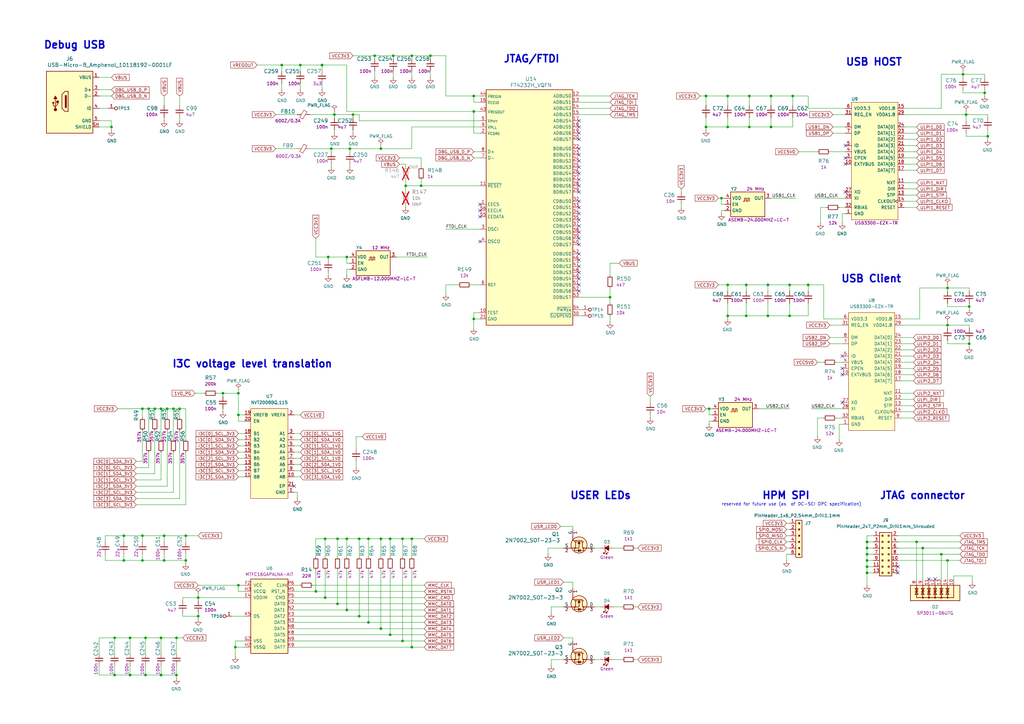
<source format=kicad_sch>
(kicad_sch (version 20230121) (generator eeschema)
  (paper "A3")
  (title_block (title "ECP5 - Datacenter Secure Control Module (DC-SCM)") (date "2024-07-15") (rev "1.2.1"))
  (junction (at 396.24 46.99))
  (junction (at 72.39 276.86))
  (junction (at 388.62 229.87))
  (junction (at 135.89 60.96))
  (junction (at 323.85 116.84))
  (junction (at 58.42 229.87))
  (junction (at 59.69 276.86))
  (junction (at 314.96 116.84))
  (junction (at 298.45 116.84))
  (junction (at 115.57 26.67))
  (junction (at 151.13 220.98))
  (junction (at 168.91 265.43))
  (junction (at 355.6 227.33))
  (junction (at 81.28 252.73))
  (junction (at 306.07 129.54))
  (junction (at 132.08 26.67))
  (junction (at 166.37 76.2))
  (junction (at 160.02 220.98))
  (junction (at 316.23 52.07))
  (junction (at 307.34 39.37))
  (junction (at 325.12 39.37))
  (junction (at 129.54 242.57))
  (junction (at 388.62 133.35))
  (junction (at 156.21 257.81))
  (junction (at 156.21 60.96))
  (junction (at 386.08 227.33))
  (junction (at 314.96 129.54))
  (junction (at 76.2 219.71))
  (junction (at 172.72 76.2))
  (junction (at 306.07 116.84))
  (junction (at 96.52 265.43))
  (junction (at 289.56 39.37))
  (junction (at 53.34 276.86))
  (junction (at 355.6 229.87))
  (junction (at 66.04 167.64))
  (junction (at 71.12 167.64))
  (junction (at 138.43 220.98))
  (junction (at 388.62 118.11))
  (junction (at 153.67 22.86))
  (junction (at 147.32 252.73))
  (junction (at 375.92 222.25))
  (junction (at 289.56 52.07))
  (junction (at 58.42 167.64))
  (junction (at 142.24 250.19))
  (junction (at 151.13 255.27))
  (junction (at 50.8 229.87))
  (junction (at 123.19 26.67))
  (junction (at 156.21 220.98))
  (junction (at 290.83 167.64))
  (junction (at 137.16 46.99))
  (junction (at 50.8 219.71))
  (junction (at 394.97 30.48))
  (junction (at 355.6 234.95))
  (junction (at 397.51 140.97))
  (junction (at 323.85 129.54))
  (junction (at 397.51 125.73))
  (junction (at 138.43 247.65))
  (junction (at 355.6 222.25))
  (junction (at 316.23 39.37))
  (junction (at 53.34 261.62))
  (junction (at 295.91 81.28))
  (junction (at 133.35 245.11))
  (junction (at 298.45 129.54))
  (junction (at 66.04 276.86))
  (junction (at 142.24 105.41))
  (junction (at 63.5 167.64))
  (junction (at 66.04 261.62))
  (junction (at 133.35 220.98))
  (junction (at 97.79 170.18))
  (junction (at 142.24 220.98))
  (junction (at 160.02 260.35))
  (junction (at 194.31 45.72))
  (junction (at 134.62 105.41))
  (junction (at 67.31 229.87))
  (junction (at 143.51 60.96))
  (junction (at 147.32 220.98))
  (junction (at 161.29 22.86))
  (junction (at 298.45 52.07))
  (junction (at 60.96 167.64))
  (junction (at 97.79 240.03))
  (junction (at 165.1 262.89))
  (junction (at 168.91 220.98))
  (junction (at 168.91 22.86))
  (junction (at 46.99 261.62))
  (junction (at 331.47 116.84))
  (junction (at 405.13 55.88))
  (junction (at 307.34 52.07))
  (junction (at 97.79 161.29))
  (junction (at 355.6 224.79))
  (junction (at 72.39 261.62))
  (junction (at 355.6 232.41))
  (junction (at 76.2 229.87))
  (junction (at 194.31 39.37))
  (junction (at 403.86 38.1))
  (junction (at 298.45 39.37))
  (junction (at 45.72 52.07))
  (junction (at 46.99 276.86))
  (junction (at 144.78 46.99))
  (junction (at 250.19 121.92))
  (junction (at 59.69 261.62))
  (junction (at 68.58 167.64))
  (junction (at 58.42 219.71))
  (junction (at 67.31 219.71))
  (junction (at 73.66 167.64))
  (junction (at 194.31 130.81))
  (junction (at 176.53 22.86))
  (junction (at 91.44 161.29))
  (junction (at 378.46 224.79))
  (junction (at 81.28 245.11))
  (junction (at 165.1 220.98))
  (no_connect (at 237.49 85.09))
  (no_connect (at 196.85 88.9))
  (no_connect (at 346.71 78.74))
  (no_connect (at 237.49 76.2))
  (no_connect (at 345.44 153.67))
  (no_connect (at 237.49 49.53))
  (no_connect (at 237.49 71.12))
  (no_connect (at 120.65 199.39))
  (no_connect (at 237.49 92.71))
  (no_connect (at 237.49 95.25))
  (no_connect (at 237.49 57.15))
  (no_connect (at 237.49 87.63))
  (no_connect (at 381 237.49))
  (no_connect (at 346.71 64.77))
  (no_connect (at 237.49 78.74))
  (no_connect (at 368.3 232.41))
  (no_connect (at 196.85 83.82))
  (no_connect (at 237.49 116.84))
  (no_connect (at 237.49 111.76))
  (no_connect (at 345.44 165.1))
  (no_connect (at 237.49 82.55))
  (no_connect (at 237.49 60.96))
  (no_connect (at 237.49 90.17))
  (no_connect (at 346.71 59.69))
  (no_connect (at 237.49 114.3))
  (no_connect (at 346.71 67.31))
  (no_connect (at 237.49 63.5))
  (no_connect (at 345.44 151.13))
  (no_connect (at 237.49 68.58))
  (no_connect (at 237.49 109.22))
  (no_connect (at 383.54 237.49))
  (no_connect (at 237.49 100.33))
  (no_connect (at 237.49 97.79))
  (no_connect (at 237.49 119.38))
  (no_connect (at 237.49 104.14))
  (no_connect (at 368.3 234.95))
  (no_connect (at 237.49 73.66))
  (no_connect (at 196.85 86.36))
  (no_connect (at 237.49 52.07))
  (no_connect (at 237.49 54.61))
  (no_connect (at 237.49 66.04))
  (no_connect (at 345.44 146.05))
  (no_connect (at 196.85 99.06))
  (no_connect (at 237.49 106.68))
  (wire (pts (xy 96.52 265.43) (xy 96.52 269.24)))
  (wire (pts (xy 377.19 130.81) (xy 377.19 118.11)))
  (wire (pts (xy 237.49 46.99) (xy 250.19 46.99)))
  (wire (pts (xy 74.93 261.62) (xy 72.39 261.62)))
  (wire (pts (xy 314.96 119.38) (xy 314.96 116.84)))
  (wire (pts (xy 298.45 116.84) (xy 306.07 116.84)))
  (wire (pts (xy 405.13 57.15) (xy 405.13 55.88)))
  (wire (pts (xy 345.44 130.81) (xy 337.82 130.81)))
  (wire (pts (xy 322.58 214.63) (xy 323.85 214.63)))
  (wire (pts (xy 151.13 255.27) (xy 173.99 255.27)))
  (wire (pts (xy 137.16 46.99) (xy 144.78 46.99)))
  (wire (pts (xy 168.91 22.86) (xy 168.91 24.13)))
  (wire (pts (xy 306.07 129.54) (xy 314.96 129.54)))
  (wire (pts (xy 355.6 229.87) (xy 355.6 232.41)))
  (wire (pts (xy 358.14 222.25) (xy 355.6 222.25)))
  (wire (pts (xy 394.97 31.75) (xy 394.97 30.48)))
  (wire (pts (xy 388.62 134.62) (xy 388.62 133.35)))
  (wire (pts (xy 132.08 34.29) (xy 132.08 36.83)))
  (wire (pts (xy 166.37 76.2) (xy 172.72 76.2)))
  (wire (pts (xy 346.71 87.63) (xy 345.44 87.63)))
  (wire (pts (xy 72.39 276.86) (xy 72.39 278.13)))
  (wire (pts (xy 314.96 116.84) (xy 323.85 116.84)))
  (wire (pts (xy 374.65 153.67) (xy 369.57 153.67)))
  (wire (pts (xy 100.33 190.5) (xy 97.79 190.5)))
  (wire (pts (xy 74.93 245.11) (xy 81.28 245.11)))
  (wire (pts (xy 144.78 46.99) (xy 144.78 48.26)))
  (wire (pts (xy 72.39 276.86) (xy 66.04 276.86)))
  (wire (pts (xy 144.78 22.86) (xy 153.67 22.86)))
  (wire (pts (xy 81.28 243.84) (xy 81.28 245.11)))
  (wire (pts (xy 234.95 215.9) (xy 229.87 215.9)))
  (wire (pts (xy 146.05 189.23) (xy 146.05 191.77)))
  (wire (pts (xy 67.31 227.33) (xy 67.31 229.87)))
  (wire (pts (xy 355.6 219.71) (xy 358.14 219.71)))
  (wire (pts (xy 307.34 39.37) (xy 307.34 43.18)))
  (wire (pts (xy 120.65 201.93) (xy 121.92 201.93)))
  (wire (pts (xy 336.55 85.09) (xy 336.55 91.44)))
  (wire (pts (xy 397.51 134.62) (xy 397.51 133.35)))
  (wire (pts (xy 134.62 105.41) (xy 142.24 105.41)))
  (wire (pts (xy 341.63 54.61) (xy 346.71 54.61)))
  (wire (pts (xy 234.95 241.3) (xy 234.95 238.76)))
  (wire (pts (xy 115.57 34.29) (xy 115.57 36.83)))
  (wire (pts (xy 375.92 67.31) (xy 370.84 67.31)))
  (wire (pts (xy 368.3 227.33) (xy 386.08 227.33)))
  (wire (pts (xy 129.54 220.98) (xy 133.35 220.98)))
  (wire (pts (xy 250.19 107.95) (xy 254 107.95)))
  (wire (pts (xy 391.16 236.22) (xy 398.78 236.22)))
  (wire (pts (xy 336.55 85.09) (xy 339.09 85.09)))
  (wire (pts (xy 58.42 176.53) (xy 58.42 189.23)))
  (wire (pts (xy 74.93 251.46) (xy 74.93 252.73)))
  (wire (pts (xy 43.18 227.33) (xy 43.18 229.87)))
  (wire (pts (xy 307.34 39.37) (xy 316.23 39.37)))
  (wire (pts (xy 71.12 185.42) (xy 71.12 201.93)))
  (wire (pts (xy 375.92 62.23) (xy 370.84 62.23)))
  (wire (pts (xy 142.24 26.67) (xy 142.24 45.72)))
  (wire (pts (xy 137.16 46.99) (xy 137.16 48.26)))
  (wire (pts (xy 325.12 39.37) (xy 331.47 39.37)))
  (wire (pts (xy 166.37 83.82) (xy 166.37 85.09)))
  (wire (pts (xy 156.21 220.98) (xy 160.02 220.98)))
  (wire (pts (xy 134.62 105.41) (xy 134.62 106.68)))
  (wire (pts (xy 370.84 46.99) (xy 396.24 46.99)))
  (wire (pts (xy 160.02 260.35) (xy 173.99 260.35)))
  (wire (pts (xy 40.64 276.86) (xy 46.99 276.86)))
  (wire (pts (xy 53.34 273.05) (xy 53.34 276.86)))
  (wire (pts (xy 58.42 227.33) (xy 58.42 229.87)))
  (wire (pts (xy 153.67 22.86) (xy 153.67 24.13)))
  (wire (pts (xy 120.65 180.34) (xy 123.19 180.34)))
  (wire (pts (xy 153.67 22.86) (xy 161.29 22.86)))
  (wire (pts (xy 289.56 48.26) (xy 289.56 52.07)))
  (wire (pts (xy 151.13 220.98) (xy 156.21 220.98)))
  (wire (pts (xy 53.34 261.62) (xy 46.99 261.62)))
  (wire (pts (xy 394.97 38.1) (xy 403.86 38.1)))
  (wire (pts (xy 133.35 233.68) (xy 133.35 245.11)))
  (wire (pts (xy 237.49 129.54) (xy 238.76 129.54)))
  (wire (pts (xy 120.65 185.42) (xy 123.19 185.42)))
  (wire (pts (xy 306.07 124.46) (xy 306.07 129.54)))
  (wire (pts (xy 166.37 76.2) (xy 166.37 78.74)))
  (wire (pts (xy 123.19 34.29) (xy 123.19 36.83)))
  (wire (pts (xy 143.51 60.96) (xy 156.21 60.96)))
  (wire (pts (xy 396.24 46.99) (xy 396.24 49.53)))
  (wire (pts (xy 358.14 232.41) (xy 355.6 232.41)))
  (wire (pts (xy 243.84 248.92) (xy 246.38 248.92)))
  (wire (pts (xy 298.45 48.26) (xy 298.45 52.07)))
  (wire (pts (xy 100.33 187.96) (xy 97.79 187.96)))
  (wire (pts (xy 81.28 252.73) (xy 81.28 254)))
  (wire (pts (xy 294.64 81.28) (xy 295.91 81.28)))
  (wire (pts (xy 63.5 176.53) (xy 63.5 194.31)))
  (wire (pts (xy 80.01 161.29) (xy 83.82 161.29)))
  (wire (pts (xy 147.32 49.53) (xy 196.85 49.53)))
  (wire (pts (xy 40.64 52.07) (xy 45.72 52.07)))
  (wire (pts (xy 97.79 160.02) (xy 97.79 161.29)))
  (wire (pts (xy 226.06 270.51) (xy 226.06 273.05)))
  (wire (pts (xy 344.17 85.09) (xy 346.71 85.09)))
  (wire (pts (xy 388.62 139.7) (xy 388.62 140.97)))
  (wire (pts (xy 71.12 167.64) (xy 73.66 167.64)))
  (wire (pts (xy 120.65 182.88) (xy 123.19 182.88)))
  (wire (pts (xy 68.58 199.39) (xy 55.88 199.39)))
  (wire (pts (xy 298.45 52.07) (xy 307.34 52.07)))
  (wire (pts (xy 375.92 52.07) (xy 370.84 52.07)))
  (wire (pts (xy 76.2 167.64) (xy 76.2 180.34)))
  (wire (pts (xy 368.3 219.71) (xy 393.7 219.71)))
  (wire (pts (xy 297.18 83.82) (xy 295.91 83.82)))
  (wire (pts (xy 289.56 39.37) (xy 298.45 39.37)))
  (wire (pts (xy 144.78 46.99) (xy 147.32 46.99)))
  (wire (pts (xy 73.66 176.53) (xy 73.66 204.47)))
  (wire (pts (xy 396.24 54.61) (xy 396.24 55.88)))
  (wire (pts (xy 388.62 237.49) (xy 388.62 229.87)))
  (wire (pts (xy 292.1 172.72) (xy 290.83 172.72)))
  (wire (pts (xy 161.29 22.86) (xy 168.91 22.86)))
  (wire (pts (xy 97.79 170.18) (xy 100.33 170.18)))
  (wire (pts (xy 74.93 252.73) (xy 81.28 252.73)))
  (wire (pts (xy 168.91 233.68) (xy 168.91 265.43)))
  (wire (pts (xy 298.45 119.38) (xy 298.45 116.84)))
  (wire (pts (xy 88.9 161.29) (xy 91.44 161.29)))
  (wire (pts (xy 97.79 240.03) (xy 97.79 242.57)))
  (wire (pts (xy 100.33 240.03) (xy 97.79 240.03)))
  (wire (pts (xy 316.23 39.37) (xy 316.23 43.18)))
  (wire (pts (xy 156.21 233.68) (xy 156.21 257.81)))
  (wire (pts (xy 161.29 29.21) (xy 161.29 31.75)))
  (wire (pts (xy 322.58 227.33) (xy 322.58 229.87)))
  (wire (pts (xy 391.16 237.49) (xy 391.16 236.22)))
  (wire (pts (xy 322.58 219.71) (xy 323.85 219.71)))
  (wire (pts (xy 67.31 48.26) (xy 67.31 49.53)))
  (wire (pts (xy 120.65 255.27) (xy 151.13 255.27)))
  (wire (pts (xy 344.17 173.99) (xy 345.44 173.99)))
  (wire (pts (xy 81.28 246.38) (xy 81.28 245.11)))
  (wire (pts (xy 335.28 171.45) (xy 335.28 179.07)))
  (wire (pts (xy 100.33 182.88) (xy 97.79 182.88)))
  (wire (pts (xy 97.79 170.18) (xy 97.79 161.29)))
  (wire (pts (xy 194.31 128.27) (xy 194.31 130.81)))
  (wire (pts (xy 55.88 194.31) (xy 63.5 194.31)))
  (wire (pts (xy 58.42 189.23) (xy 55.88 189.23)))
  (wire (pts (xy 113.03 46.99) (xy 121.92 46.99)))
  (wire (pts (xy 143.51 110.49) (xy 142.24 110.49)))
  (wire (pts (xy 266.7 170.18) (xy 266.7 171.45)))
  (wire (pts (xy 176.53 29.21) (xy 176.53 31.75)))
  (wire (pts (xy 290.83 172.72) (xy 290.83 173.99)))
  (wire (pts (xy 132.08 26.67) (xy 132.08 29.21)))
  (wire (pts (xy 132.08 26.67) (xy 142.24 26.67)))
  (wire (pts (xy 46.99 261.62) (xy 46.99 267.97)))
  (wire (pts (xy 369.57 161.29) (xy 374.65 161.29)))
  (wire (pts (xy 147.32 220.98) (xy 151.13 220.98)))
  (wire (pts (xy 396.24 55.88) (xy 405.13 55.88)))
  (wire (pts (xy 81.28 245.11) (xy 100.33 245.11)))
  (wire (pts (xy 129.54 233.68) (xy 129.54 242.57)))
  (wire (pts (xy 144.78 53.34) (xy 144.78 54.61)))
  (wire (pts (xy 405.13 46.99) (xy 405.13 48.26)))
  (wire (pts (xy 355.6 224.79) (xy 355.6 227.33)))
  (wire (pts (xy 168.91 29.21) (xy 168.91 31.75)))
  (wire (pts (xy 45.72 36.83) (xy 40.64 36.83)))
  (wire (pts (xy 66.04 276.86) (xy 59.69 276.86)))
  (wire (pts (xy 76.2 227.33) (xy 76.2 229.87)))
  (wire (pts (xy 162.56 105.41) (xy 175.26 105.41)))
  (wire (pts (xy 397.51 125.73) (xy 397.51 127)))
  (wire (pts (xy 97.79 172.72) (xy 97.79 170.18)))
  (wire (pts (xy 120.65 247.65) (xy 138.43 247.65)))
  (wire (pts (xy 66.04 273.05) (xy 66.04 276.86)))
  (wire (pts (xy 156.21 59.69) (xy 156.21 60.96)))
  (wire (pts (xy 316.23 39.37) (xy 325.12 39.37)))
  (wire (pts (xy 120.65 187.96) (xy 123.19 187.96)))
  (wire (pts (xy 292.1 170.18) (xy 290.83 170.18)))
  (wire (pts (xy 237.49 121.92) (xy 250.19 121.92)))
  (wire (pts (xy 279.4 83.82) (xy 279.4 85.09)))
  (wire (pts (xy 100.33 242.57) (xy 97.79 242.57)))
  (wire (pts (xy 135.89 67.31) (xy 135.89 68.58)))
  (wire (pts (xy 344.17 173.99) (xy 344.17 180.34)))
  (wire (pts (xy 386.08 30.48) (xy 394.97 30.48)))
  (wire (pts (xy 120.65 177.8) (xy 123.19 177.8)))
  (wire (pts (xy 100.33 193.04) (xy 97.79 193.04)))
  (wire (pts (xy 358.14 229.87) (xy 355.6 229.87)))
  (wire (pts (xy 289.56 52.07) (xy 298.45 52.07)))
  (wire (pts (xy 375.92 69.85) (xy 370.84 69.85)))
  (wire (pts (xy 115.57 26.67) (xy 115.57 29.21)))
  (wire (pts (xy 323.85 227.33) (xy 322.58 227.33)))
  (wire (pts (xy 194.31 130.81) (xy 196.85 130.81)))
  (wire (pts (xy 160.02 233.68) (xy 160.02 260.35)))
  (wire (pts (xy 325.12 39.37) (xy 325.12 43.18)))
  (wire (pts (xy 323.85 119.38) (xy 323.85 116.84)))
  (wire (pts (xy 194.31 130.81) (xy 194.31 134.62)))
  (wire (pts (xy 50.8 219.71) (xy 58.42 219.71)))
  (wire (pts (xy 123.19 26.67) (xy 132.08 26.67)))
  (wire (pts (xy 370.84 44.45) (xy 386.08 44.45)))
  (wire (pts (xy 143.51 107.95) (xy 142.24 107.95)))
  (wire (pts (xy 68.58 176.53) (xy 68.58 199.39)))
  (wire (pts (xy 331.47 39.37) (xy 331.47 44.45)))
  (wire (pts (xy 369.57 168.91) (xy 374.65 168.91)))
  (wire (pts (xy 224.79 224.79) (xy 231.14 224.79)))
  (wire (pts (xy 358.14 224.79) (xy 355.6 224.79)))
  (wire (pts (xy 76.2 185.42) (xy 76.2 207.01)))
  (wire (pts (xy 148.59 179.07) (xy 146.05 179.07)))
  (wire (pts (xy 266.7 162.56) (xy 266.7 165.1)))
  (wire (pts (xy 331.47 116.84) (xy 337.82 116.84)))
  (wire (pts (xy 100.33 195.58) (xy 97.79 195.58)))
  (wire (pts (xy 121.92 201.93) (xy 121.92 204.47)))
  (wire (pts (xy 153.67 29.21) (xy 153.67 31.75)))
  (wire (pts (xy 251.46 248.92) (xy 255.27 248.92)))
  (wire (pts (xy 151.13 228.6) (xy 151.13 220.98)))
  (wire (pts (xy 143.51 60.96) (xy 143.51 62.23)))
  (wire (pts (xy 53.34 261.62) (xy 53.34 267.97)))
  (wire (pts (xy 168.91 52.07) (xy 196.85 52.07)))
  (wire (pts (xy 374.65 151.13) (xy 369.57 151.13)))
  (wire (pts (xy 307.34 48.26) (xy 307.34 52.07)))
  (wire (pts (xy 143.51 67.31) (xy 143.51 68.58)))
  (wire (pts (xy 63.5 167.64) (xy 66.04 167.64)))
  (wire (pts (xy 375.92 222.25) (xy 393.7 222.25)))
  (wire (pts (xy 81.28 251.46) (xy 81.28 252.73)))
  (wire (pts (xy 388.62 125.73) (xy 397.51 125.73)))
  (wire (pts (xy 295.91 81.28) (xy 297.18 81.28)))
  (wire (pts (xy 370.84 74.93) (xy 375.92 74.93)))
  (wire (pts (xy 58.42 229.87) (xy 67.31 229.87)))
  (wire (pts (xy 375.92 57.15) (xy 370.84 57.15)))
  (wire (pts (xy 71.12 167.64) (xy 71.12 180.34)))
  (wire (pts (xy 105.41 26.67) (xy 115.57 26.67)))
  (wire (pts (xy 176.53 22.86) (xy 182.88 22.86)))
  (wire (pts (xy 243.84 270.51) (xy 246.38 270.51)))
  (wire (pts (xy 43.18 219.71) (xy 50.8 219.71)))
  (wire (pts (xy 396.24 45.72) (xy 396.24 46.99)))
  (wire (pts (xy 76.2 229.87) (xy 76.2 231.14)))
  (wire (pts (xy 73.66 48.26) (xy 73.66 49.53)))
  (wire (pts (xy 138.43 247.65) (xy 173.99 247.65)))
  (wire (pts (xy 394.97 29.21) (xy 394.97 30.48)))
  (wire (pts (xy 40.64 273.05) (xy 40.64 276.86)))
  (wire (pts (xy 342.9 171.45) (xy 345.44 171.45)))
  (wire (pts (xy 194.31 45.72) (xy 196.85 45.72)))
  (wire (pts (xy 394.97 36.83) (xy 394.97 38.1)))
  (wire (pts (xy 355.6 232.41) (xy 355.6 234.95)))
  (wire (pts (xy 60.96 191.77) (xy 55.88 191.77)))
  (wire (pts (xy 160.02 220.98) (xy 165.1 220.98)))
  (wire (pts (xy 289.56 39.37) (xy 289.56 43.18)))
  (wire (pts (xy 72.39 273.05) (xy 72.39 276.86)))
  (wire (pts (xy 261.62 248.92) (xy 260.35 248.92)))
  (wire (pts (xy 194.31 64.77) (xy 196.85 64.77)))
  (wire (pts (xy 147.32 252.73) (xy 173.99 252.73)))
  (wire (pts (xy 224.79 224.79) (xy 224.79 227.33)))
  (wire (pts (xy 388.62 118.11) (xy 397.51 118.11)))
  (wire (pts (xy 60.96 167.64) (xy 63.5 167.64)))
  (wire (pts (xy 142.24 107.95) (xy 142.24 105.41)))
  (wire (pts (xy 91.44 162.56) (xy 91.44 161.29)))
  (wire (pts (xy 135.89 60.96) (xy 135.89 62.23)))
  (wire (pts (xy 182.88 39.37) (xy 194.31 39.37)))
  (wire (pts (xy 234.95 262.89) (xy 234.95 261.62)))
  (wire (pts (xy 261.62 270.51) (xy 260.35 270.51)))
  (wire (pts (xy 397.51 140.97) (xy 397.51 142.24)))
  (wire (pts (xy 50.8 229.87) (xy 58.42 229.87)))
  (wire (pts (xy 374.65 138.43) (xy 369.57 138.43)))
  (wire (pts (xy 290.83 167.64) (xy 292.1 167.64)))
  (wire (pts (xy 194.31 54.61) (xy 194.31 45.72)))
  (wire (pts (xy 66.04 185.42) (xy 66.04 196.85)))
  (wire (pts (xy 369.57 133.35) (xy 388.62 133.35)))
  (wire (pts (xy 160.02 228.6) (xy 160.02 220.98)))
  (wire (pts (xy 138.43 220.98) (xy 142.24 220.98)))
  (wire (pts (xy 375.92 64.77) (xy 370.84 64.77)))
  (wire (pts (xy 55.88 196.85) (xy 66.04 196.85)))
  (wire (pts (xy 234.95 261.62) (xy 231.14 261.62)))
  (wire (pts (xy 58.42 167.64) (xy 58.42 171.45)))
  (wire (pts (xy 142.24 45.72) (xy 194.31 45.72)))
  (wire (pts (xy 375.92 54.61) (xy 370.84 54.61)))
  (wire (pts (xy 358.14 234.95) (xy 355.6 234.95)))
  (wire (pts (xy 187.96 116.84) (xy 182.88 116.84)))
  (wire (pts (xy 375.92 237.49) (xy 375.92 222.25)))
  (wire (pts (xy 182.88 116.84) (xy 182.88 120.65)))
  (wire (pts (xy 403.86 30.48) (xy 403.86 31.75)))
  (wire (pts (xy 129.54 97.79) (xy 129.54 105.41)))
  (wire (pts (xy 388.62 229.87) (xy 393.7 229.87)))
  (wire (pts (xy 289.56 167.64) (xy 290.83 167.64)))
  (wire (pts (xy 96.52 262.89) (xy 96.52 265.43)))
  (wire (pts (xy 156.21 60.96) (xy 168.91 60.96)))
  (wire (pts (xy 142.24 110.49) (xy 142.24 113.03)))
  (wire (pts (xy 193.04 116.84) (xy 196.85 116.84)))
  (wire (pts (xy 403.86 38.1) (xy 403.86 39.37)))
  (wire (pts (xy 355.6 219.71) (xy 355.6 222.25)))
  (wire (pts (xy 295.91 83.82) (xy 295.91 81.28)))
  (wire (pts (xy 335.28 171.45) (xy 337.82 171.45)))
  (wire (pts (xy 397.51 124.46) (xy 397.51 125.73)))
  (wire (pts (xy 386.08 237.49) (xy 386.08 227.33)))
  (wire (pts (xy 325.12 48.26) (xy 325.12 52.07)))
  (wire (pts (xy 226.06 248.92) (xy 231.14 248.92)))
  (wire (pts (xy 374.65 140.97) (xy 369.57 140.97)))
  (wire (pts (xy 323.85 129.54) (xy 331.47 129.54)))
  (wire (pts (xy 314.96 129.54) (xy 323.85 129.54)))
  (wire (pts (xy 307.34 52.07) (xy 316.23 52.07)))
  (wire (pts (xy 194.31 39.37) (xy 196.85 39.37)))
  (wire (pts (xy 298.45 116.84) (xy 294.64 116.84)))
  (wire (pts (xy 396.24 46.99) (xy 405.13 46.99)))
  (wire (pts (xy 120.65 242.57) (xy 129.54 242.57)))
  (wire (pts (xy 388.62 116.84) (xy 388.62 118.11)))
  (wire (pts (xy 156.21 257.81) (xy 173.99 257.81)))
  (wire (pts (xy 58.42 219.71) (xy 67.31 219.71)))
  (wire (pts (xy 370.84 77.47) (xy 375.92 77.47)))
  (wire (pts (xy 331.47 124.46) (xy 331.47 129.54)))
  (wire (pts (xy 196.85 128.27) (xy 194.31 128.27)))
  (wire (pts (xy 298.45 39.37) (xy 307.34 39.37)))
  (wire (pts (xy 58.42 222.25) (xy 58.42 219.71)))
  (wire (pts (xy 60.96 185.42) (xy 60.96 191.77)))
  (wire (pts (xy 172.72 64.77) (xy 172.72 68.58)))
  (wire (pts (xy 151.13 233.68) (xy 151.13 255.27)))
  (wire (pts (xy 134.62 111.76) (xy 134.62 113.03)))
  (wire (pts (xy 340.36 140.97) (xy 345.44 140.97)))
  (wire (pts (xy 129.54 228.6) (xy 129.54 220.98)))
  (wire (pts (xy 172.72 76.2) (xy 196.85 76.2)))
  (wire (pts (xy 66.04 267.97) (xy 66.04 261.62)))
  (wire (pts (xy 72.39 261.62) (xy 72.39 267.97)))
  (wire (pts (xy 156.21 220.98) (xy 156.21 228.6)))
  (wire (pts (xy 76.2 207.01) (xy 55.88 207.01)))
  (wire (pts (xy 165.1 233.68) (xy 165.1 262.89)))
  (wire (pts (xy 168.91 22.86) (xy 176.53 22.86)))
  (wire (pts (xy 196.85 54.61) (xy 194.31 54.61)))
  (wire (pts (xy 398.78 238.76) (xy 398.78 236.22)))
  (wire (pts (xy 226.06 248.92) (xy 226.06 251.46)))
  (wire (pts (xy 138.43 228.6) (xy 138.43 220.98)))
  (wire (pts (xy 322.58 222.25) (xy 323.85 222.25)))
  (wire (pts (xy 165.1 228.6) (xy 165.1 220.98)))
  (wire (pts (xy 386.08 44.45) (xy 386.08 30.48)))
  (wire (pts (xy 129.54 242.57) (xy 173.99 242.57)))
  (wire (pts (xy 120.65 257.81) (xy 156.21 257.81)))
  (wire (pts (xy 250.19 121.92) (xy 250.19 124.46)))
  (wire (pts (xy 67.31 229.87) (xy 76.2 229.87)))
  (wire (pts (xy 46.99 273.05) (xy 46.99 276.86)))
  (wire (pts (xy 346.71 81.28) (xy 334.01 81.28)))
  (wire (pts (xy 67.31 222.25) (xy 67.31 219.71)))
  (wire (pts (xy 298.45 129.54) (xy 306.07 129.54)))
  (wire (pts (xy 196.85 41.91) (xy 194.31 41.91)))
  (wire (pts (xy 327.66 62.23) (xy 335.28 62.23)))
  (wire (pts (xy 340.36 62.23) (xy 346.71 62.23)))
  (wire (pts (xy 368.3 224.79) (xy 378.46 224.79)))
  (wire (pts (xy 323.85 124.46) (xy 323.85 129.54)))
  (wire (pts (xy 279.4 77.47) (xy 279.4 78.74)))
  (wire (pts (xy 340.36 133.35) (xy 345.44 133.35)))
  (wire (pts (xy 76.2 219.71) (xy 81.28 219.71)))
  (wire (pts (xy 45.72 39.37) (xy 40.64 39.37)))
  (wire (pts (xy 165.1 262.89) (xy 173.99 262.89)))
  (wire (pts (xy 50.8 229.87) (xy 43.18 229.87)))
  (wire (pts (xy 123.19 170.18) (xy 120.65 170.18)))
  (wire (pts (xy 166.37 67.31) (xy 163.83 67.31)))
  (wire (pts (xy 40.64 267.97) (xy 40.64 261.62)))
  (wire (pts (xy 331.47 116.84) (xy 331.47 119.38)))
  (wire (pts (xy 370.84 85.09) (xy 375.92 85.09)))
  (wire (pts (xy 127 46.99) (xy 137.16 46.99)))
  (wire (pts (xy 71.12 201.93) (xy 55.88 201.93)))
  (wire (pts (xy 388.62 118.11) (xy 388.62 119.38)))
  (wire (pts (xy 289.56 39.37) (xy 287.02 39.37)))
  (wire (pts (xy 50.8 227.33) (xy 50.8 229.87)))
  (wire (pts (xy 251.46 270.51) (xy 255.27 270.51)))
  (wire (pts (xy 129.54 105.41) (xy 134.62 105.41)))
  (wire (pts (xy 137.16 45.72) (xy 137.16 46.99)))
  (wire (pts (xy 166.37 73.66) (xy 166.37 76.2)))
  (wire (pts (xy 194.31 41.91) (xy 194.31 39.37)))
  (wire (pts (xy 113.03 60.96) (xy 121.92 60.96)))
  (wire (pts (xy 405.13 53.34) (xy 405.13 55.88)))
  (wire (pts (xy 100.33 180.34) (xy 97.79 180.34)))
  (wire (pts (xy 226.06 270.51) (xy 231.14 270.51)))
  (wire (pts (xy 250.19 118.11) (xy 250.19 121.92)))
  (wire (pts (xy 68.58 167.64) (xy 68.58 171.45)))
  (wire (pts (xy 166.37 67.31) (xy 166.37 68.58)))
  (wire (pts (xy 133.35 220.98) (xy 138.43 220.98)))
  (wire (pts (xy 341.63 46.99) (xy 346.71 46.99)))
  (wire (pts (xy 234.95 217.17) (xy 234.95 215.9)))
  (wire (pts (xy 120.65 190.5) (xy 123.19 190.5)))
  (wire (pts (xy 45.72 52.07) (xy 45.72 53.34)))
  (wire (pts (xy 378.46 224.79) (xy 393.7 224.79)))
  (wire (pts (xy 120.65 265.43) (xy 168.91 265.43)))
  (wire (pts (xy 97.79 161.29) (xy 91.44 161.29)))
  (wire (pts (xy 127 60.96) (xy 135.89 60.96)))
  (wire (pts (xy 316.23 81.28) (xy 326.39 81.28)))
  (wire (pts (xy 120.65 240.03) (xy 123.19 240.03)))
  (wire (pts (xy 67.31 43.18) (xy 67.31 39.37)))
  (wire (pts (xy 40.64 44.45) (xy 44.45 44.45)))
  (wire (pts (xy 237.49 44.45) (xy 250.19 44.45)))
  (wire (pts (xy 73.66 167.64) (xy 73.66 171.45)))
  (wire (pts (xy 142.24 105.41) (xy 143.51 105.41)))
  (wire (pts (xy 163.83 64.77) (xy 172.72 64.77)))
  (wire (pts (xy 59.69 261.62) (xy 59.69 267.97)))
  (wire (pts (xy 168.91 60.96) (xy 168.91 52.07)))
  (wire (pts (xy 100.33 262.89) (xy 96.52 262.89)))
  (wire (pts (xy 60.96 167.64) (xy 60.96 180.34)))
  (wire (pts (xy 168.91 265.43) (xy 173.99 265.43)))
  (wire (pts (xy 76.2 219.71) (xy 76.2 222.25)))
  (wire (pts (xy 370.84 82.55) (xy 375.92 82.55)))
  (wire (pts (xy 388.62 132.08) (xy 388.62 133.35)))
  (wire (pts (xy 46.99 261.62) (xy 40.64 261.62)))
  (wire (pts (xy 45.72 31.75) (xy 40.64 31.75)))
  (wire (pts (xy 100.33 177.8) (xy 97.79 177.8)))
  (wire (pts (xy 394.97 30.48) (xy 403.86 30.48)))
  (wire (pts (xy 306.07 116.84) (xy 314.96 116.84)))
  (wire (pts (xy 137.16 53.34) (xy 137.16 54.61)))
  (wire (pts (xy 377.19 118.11) (xy 388.62 118.11)))
  (wire (pts (xy 168.91 220.98) (xy 168.91 228.6)))
  (wire (pts (xy 345.44 87.63) (xy 345.44 91.44)))
  (wire (pts (xy 66.04 261.62) (xy 72.39 261.62)))
  (wire (pts (xy 250.19 129.54) (xy 250.19 132.08)))
  (wire (pts (xy 369.57 163.83) (xy 374.65 163.83)))
  (wire (pts (xy 369.57 130.81) (xy 377.19 130.81)))
  (wire (pts (xy 374.65 143.51) (xy 369.57 143.51)))
  (wire (pts (xy 374.65 156.21) (xy 369.57 156.21)))
  (wire (pts (xy 298.45 124.46) (xy 298.45 129.54)))
  (wire (pts (xy 358.14 227.33) (xy 355.6 227.33)))
  (wire (pts (xy 63.5 167.64) (xy 63.5 171.45)))
  (wire (pts (xy 59.69 261.62) (xy 66.04 261.62)))
  (wire (pts (xy 135.89 60.96) (xy 143.51 60.96)))
  (wire (pts (xy 306.07 119.38) (xy 306.07 116.84)))
  (wire (pts (xy 120.65 262.89) (xy 165.1 262.89)))
  (wire (pts (xy 298.45 129.54) (xy 298.45 130.81)))
  (wire (pts (xy 115.57 26.67) (xy 123.19 26.67)))
  (wire (pts (xy 46.99 276.86) (xy 53.34 276.86)))
  (wire (pts (xy 386.08 227.33) (xy 393.7 227.33)))
  (wire (pts (xy 40.64 49.53) (xy 45.72 49.53)))
  (wire (pts (xy 237.49 41.91) (xy 250.19 41.91)))
  (wire (pts (xy 74.93 245.11) (xy 74.93 246.38)))
  (wire (pts (xy 133.35 228.6) (xy 133.35 220.98)))
  (wire (pts (xy 120.65 193.04) (xy 123.19 193.04)))
  (wire (pts (xy 378.46 237.49) (xy 378.46 224.79)))
  (wire (pts (xy 388.62 133.35) (xy 397.51 133.35)))
  (wire (pts (xy 66.04 167.64) (xy 66.04 180.34)))
  (wire (pts (xy 355.6 227.33) (xy 355.6 229.87)))
  (wire (pts (xy 290.83 170.18) (xy 290.83 167.64)))
  (wire (pts (xy 182.88 93.98) (xy 196.85 93.98)))
  (wire (pts (xy 59.69 273.05) (xy 59.69 276.86)))
  (wire (pts (xy 298.45 39.37) (xy 298.45 43.18)))
  (wire (pts (xy 289.56 53.34) (xy 289.56 52.07)))
  (wire (pts (xy 369.57 166.37) (xy 374.65 166.37)))
  (wire (pts (xy 237.49 127) (xy 238.76 127)))
  (wire (pts (xy 123.19 26.67) (xy 123.19 29.21)))
  (wire (pts (xy 295.91 86.36) (xy 295.91 87.63)))
  (wire (pts (xy 120.65 245.11) (xy 133.35 245.11)))
  (wire (pts (xy 120.65 250.19) (xy 142.24 250.19)))
  (wire (pts (xy 250.19 107.95) (xy 250.19 113.03)))
  (wire (pts (xy 368.3 229.87) (xy 388.62 229.87)))
  (wire (pts (xy 345.44 167.64) (xy 332.74 167.64)))
  (wire (pts (xy 165.1 220.98) (xy 168.91 220.98)))
  (wire (pts (xy 316.23 52.07) (xy 325.12 52.07)))
  (wire (pts (xy 142.24 250.19) (xy 173.99 250.19)))
  (wire (pts (xy 397.51 139.7) (xy 397.51 140.97)))
  (wire (pts (xy 100.33 172.72) (xy 97.79 172.72)))
  (wire (pts (xy 311.15 167.64) (xy 323.85 167.64)))
  (wire (pts (xy 341.63 52.07) (xy 346.71 52.07)))
  (wire (pts (xy 53.34 276.86) (xy 59.69 276.86)))
  (wire (pts (xy 234.95 238.76) (xy 231.14 238.76)))
  (wire (pts (xy 331.47 44.45) (xy 346.71 44.45)))
  (wire (pts (xy 182.88 22.86) (xy 182.88 39.37)))
  (wire (pts (xy 48.26 167.64) (xy 58.42 167.64)))
  (wire (pts (xy 251.46 224.79) (xy 255.27 224.79)))
  (wire (pts (xy 161.29 22.86) (xy 161.29 24.13)))
  (wire (pts (xy 73.66 43.18) (xy 73.66 39.37)))
  (wire (pts (xy 100.33 185.42) (xy 97.79 185.42)))
  (wire (pts (xy 337.82 130.81) (xy 337.82 116.84)))
  (wire (pts (xy 316.23 48.26) (xy 316.23 52.07)))
  (wire (pts (xy 194.31 62.23) (xy 196.85 62.23)))
  (wire (pts (xy 323.85 116.84) (xy 331.47 116.84)))
  (wire (pts (xy 68.58 167.64) (xy 71.12 167.64)))
  (wire (pts (xy 368.3 222.25) (xy 375.92 222.25)))
  (wire (pts (xy 91.44 167.64) (xy 91.44 168.91)))
  (wire (pts (xy 340.36 138.43) (xy 345.44 138.43)))
  (wire (pts (xy 370.84 80.01) (xy 375.92 80.01)))
  (wire (pts (xy 261.62 224.79) (xy 260.35 224.79)))
  (wire (pts (xy 355.6 222.25) (xy 355.6 224.79)))
  (wire (pts (xy 314.96 124.46) (xy 314.96 129.54)))
  (wire (pts (xy 388.62 124.46) (xy 388.62 125.73)))
  (wire (pts (xy 388.62 140.97) (xy 397.51 140.97)))
  (wire (pts (xy 58.42 167.64) (xy 60.96 167.64)))
  (wire (pts (xy 120.65 252.73) (xy 147.32 252.73)))
  (wire (pts (xy 142.24 220.98) (xy 142.24 228.6)))
  (wire (pts (xy 147.32 233.68) (xy 147.32 252.73)))
  (wire (pts (xy 397.51 118.11) (xy 397.51 119.38)))
  (wire (pts (xy 243.84 224.79) (xy 246.38 224.79)))
  (wire (pts (xy 355.6 234.95) (xy 355.6 240.03)))
  (wire (pts (xy 176.53 22.86) (xy 176.53 24.13)))
  (wire (pts (xy 120.65 260.35) (xy 160.02 260.35)))
  (wire (pts (xy 342.9 148.59) (xy 345.44 148.59)))
  (wire (pts (xy 147.32 228.6) (xy 147.32 220.98)))
  (wire (pts (xy 96.52 265.43) (xy 100.33 265.43)))
  (wire (pts (xy 45.72 49.53) (xy 45.72 52.07)))
  (wire (pts (xy 50.8 222.25) (xy 50.8 219.71)))
  (wire (pts (xy 237.49 39.37) (xy 250.19 39.37)))
  (wire (pts (xy 335.28 148.59) (xy 337.82 148.59)))
  (wire (pts (xy 375.92 59.69) (xy 370.84 59.69)))
  (wire (pts (xy 81.28 240.03) (xy 97.79 240.03)))
  (wire (pts (xy 43.18 222.25) (xy 43.18 219.71)))
  (wire (pts (xy 138.43 233.68) (xy 138.43 247.65)))
  (wire (pts (xy 128.27 240.03) (xy 173.99 240.03)))
  (wire (pts (xy 403.86 36.83) (xy 403.86 38.1)))
  (wire (pts (xy 133.35 245.11) (xy 173.99 245.11)))
  (wire (pts (xy 73.66 167.64) (xy 76.2 167.64)))
  (wire (pts (xy 168.91 220.98) (xy 173.99 220.98)))
  (wire (pts (xy 369.57 171.45) (xy 374.65 171.45)))
  (wire (pts (xy 73.66 204.47) (xy 55.88 204.47)))
  (wire (pts (xy 95.25 252.73) (xy 100.33 252.73)))
  (wire (pts (xy 147.32 46.99) (xy 147.32 49.53)))
  (wire (pts (xy 374.65 146.05) (xy 369.57 146.05)))
  (wire (pts (xy 172.72 76.2) (xy 172.72 73.66)))
  (wire (pts (xy 142.24 233.68) (xy 142.24 250.19)))
  (wire (pts (xy 146.05 179.07) (xy 146.05 184.15)))
  (wire (pts (xy 374.65 148.59) (xy 369.57 148.59)))
  (wire (pts (xy 59.69 261.62) (xy 53.34 261.62)))
  (wire (pts (xy 322.58 224.79) (xy 323.85 224.79)))
  (wire (pts (xy 120.65 195.58) (xy 123.19 195.58)))
  (wire (pts (xy 322.58 217.17) (xy 323.85 217.17)))
  (wire (pts (xy 297.18 86.36) (xy 295.91 86.36)))
  (wire (pts (xy 66.04 167.64) (xy 68.58 167.64)))
  (wire (pts (xy 67.31 219.71) (xy 76.2 219.71)))
  (wire (pts (xy 142.24 220.98) (xy 147.32 220.98)))
  (text "USER LEDs " (at 233.68 205.105 0) (effects (font (size 2.9972 2.9972) (thickness 0.5994) bold) (justify left bottom)))
  (text "USB Client" (at 344.805 116.205 0) (effects (font (size 2.9972 2.9972) (thickness 0.5994) bold) (justify left bottom)))
  (text "HPM SPI" (at 312.42 205.105 0) (effects (font (size 2.9972 2.9972) (thickness 0.5994) bold) (justify left bottom)))
  (text "JTAG/FTDI" (at 206.375 26.035 0) (effects (font (size 2.9972 2.9972) (thickness 0.5994) bold) (justify left bottom)))
  (text "Debug USB" (at 17.78 20.32 0) (effects (font (size 2.9972 2.9972) (thickness 0.5994) bold) (justify left bottom)))
  (text "JTAG connector" (at 360.68 205.105 0) (effects (font (size 2.9972 2.9972) (thickness 0.5994) bold) (justify left bottom)))
  (text "USB HOST" (at 346.71 27.305 0) (effects (font (size 2.9972 2.9972) (thickness 0.5994) bold) (justify left bottom)))
  (text "reserved for future use (as  of DC-SCI OPC specification)" (at 295.91 207.645 0) (effects (font (size 1.27 1.27)) (justify left bottom)))
  (text "I3C voltage level translation" (at 70.485 151.13 0) (effects (font (size 2.9972 2.9972) (thickness 0.5994) bold) (justify left bottom)))
  (label "USB2_CLK" (at 332.74 167.64 0))
  (label "USB1_CLK" (at 326.39 81.28 180))
  (label "USB2_CLK" (at 323.85 167.64 180))
  (label "FTDI_CLK" (at 182.88 93.98 0))
  (label "USB1_CLK" (at 334.01 81.28 0))
  (label "FTDI_CLK" (at 175.26 105.41 180))
  (global_label "I3C[3]_SDA_1V0" (shape input) (at 123.19 195.58 0) (property "Intersheetrefs" "${INTERSHEET_REFS}" (effects hide)))
  (global_label "I3C[2]_SCL_3V3" (shape input) (at 97.79 187.96 180) (property "Intersheetrefs" "${INTERSHEET_REFS}" (effects hide)))
  (global_label "I3C[2]_SDA_3V3" (shape input) (at 97.79 190.5 180) (property "Intersheetrefs" "${INTERSHEET_REFS}" (effects hide)))
  (global_label "VCC3V3" (shape input) (at 261.62 248.92 0) (property "Intersheetrefs" "${INTERSHEET_REFS}" (effects hide)))
  (global_label "VCC3V3" (shape input) (at 393.7 219.71 0) (property "Intersheetrefs" "${INTERSHEET_REFS}" (effects hide)))
  (global_label "JTAG_TDI" (shape input) (at 393.7 229.87 0) (property "Intersheetrefs" "${INTERSHEET_REFS}" (effects hide)))
  (global_label "USB1_DN" (shape input) (at 341.63 52.07 180) (property "Intersheetrefs" "${INTERSHEET_REFS}" (effects hide)))
  (global_label "USR_LED0" (shape input) (at 229.87 215.9 180) (property "Intersheetrefs" "${INTERSHEET_REFS}" (effects hide)))
  (global_label "I3C[0]_SDA_1V0" (shape input) (at 123.19 180.34 0) (property "Intersheetrefs" "${INTERSHEET_REFS}" (effects hide)))
  (global_label "DBG_USB_D_P" (shape input) (at 45.72 36.83 0) (property "Intersheetrefs" "${INTERSHEET_REFS}" (effects hide)))
  (global_label "VCC3V3" (shape input) (at 322.58 214.63 180) (property "Intersheetrefs" "${INTERSHEET_REFS}" (effects hide)))
  (global_label "I3C[1]_SCL_1V0" (shape input) (at 123.19 182.88 0) (property "Intersheetrefs" "${INTERSHEET_REFS}" (effects hide)))
  (global_label "I3C[1]_SDA_3V3" (shape input) (at 97.79 185.42 180) (property "Intersheetrefs" "${INTERSHEET_REFS}" (effects hide)))
  (global_label "ULPI1_CLKO" (shape input) (at 375.92 82.55 0) (property "Intersheetrefs" "${INTERSHEET_REFS}" (effects hide)))
  (global_label "ULPI1_RESET" (shape input) (at 375.92 85.09 0) (property "Intersheetrefs" "${INTERSHEET_REFS}" (effects hide)))
  (global_label "I3C[0]_SCL_3V3" (shape input) (at 97.79 177.8 180) (property "Intersheetrefs" "${INTERSHEET_REFS}" (effects hide)))
  (global_label "MMC_DAT1" (shape input) (at 173.99 250.19 0) (property "Intersheetrefs" "${INTERSHEET_REFS}" (effects hide)))
  (global_label "ULPI2_NXT" (shape input) (at 374.65 161.29 0) (property "Intersheetrefs" "${INTERSHEET_REFS}" (effects hide)))
  (global_label "I3C[2]_SDA_1V0" (shape input) (at 123.19 190.5 0) (property "Intersheetrefs" "${INTERSHEET_REFS}" (effects hide)))
  (global_label "VCC1V0" (shape input) (at 148.59 179.07 0) (property "Intersheetrefs" "${INTERSHEET_REFS}" (effects hide)))
  (global_label "VCC3V3" (shape input) (at 144.78 22.86 180) (property "Intersheetrefs" "${INTERSHEET_REFS}" (effects hide)))
  (global_label "USR_LED2" (shape input) (at 231.14 261.62 180) (property "Intersheetrefs" "${INTERSHEET_REFS}" (effects hide)))
  (global_label "MMC_DAT0" (shape input) (at 173.99 247.65 0) (property "Intersheetrefs" "${INTERSHEET_REFS}" (effects hide)))
  (global_label "ULPI2_STP" (shape input) (at 374.65 166.37 0) (property "Intersheetrefs" "${INTERSHEET_REFS}" (effects hide)))
  (global_label "VCC3V3" (shape input) (at 81.28 219.71 0) (property "Intersheetrefs" "${INTERSHEET_REFS}" (effects hide)))
  (global_label "ULPI1_STP" (shape input) (at 375.92 80.01 0) (property "Intersheetrefs" "${INTERSHEET_REFS}" (effects hide)))
  (global_label "DBG_USB_D_P" (shape input) (at 194.31 62.23 180) (property "Intersheetrefs" "${INTERSHEET_REFS}" (effects hide)))
  (global_label "I3C[2]_SCL_3V3" (shape input) (at 55.88 201.93 180) (property "Intersheetrefs" "${INTERSHEET_REFS}" (effects hide)))
  (global_label "ULPI2_D5" (shape input) (at 374.65 151.13 0) (property "Intersheetrefs" "${INTERSHEET_REFS}" (effects hide)))
  (global_label "VCC3V3" (shape input) (at 294.64 81.28 180) (property "Intersheetrefs" "${INTERSHEET_REFS}" (effects hide)))
  (global_label "MMC_DAT7" (shape input) (at 173.99 265.43 0) (property "Intersheetrefs" "${INTERSHEET_REFS}" (effects hide)))
  (global_label "ULPI2_D0" (shape input) (at 374.65 138.43 0) (property "Intersheetrefs" "${INTERSHEET_REFS}" (effects hide)))
  (global_label "VCC3V3" (shape input) (at 261.62 224.79 0) (property "Intersheetrefs" "${INTERSHEET_REFS}" (effects hide)))
  (global_label "SPI0_CLK" (shape input) (at 322.58 222.25 180) (property "Intersheetrefs" "${INTERSHEET_REFS}" (effects hide)))
  (global_label "VREGOUT" (shape input) (at 105.41 26.67 180) (property "Intersheetrefs" "${INTERSHEET_REFS}" (effects hide)))
  (global_label "ULPI1_D5" (shape input) (at 375.92 64.77 0) (property "Intersheetrefs" "${INTERSHEET_REFS}" (effects hide)))
  (global_label "USR_LED1" (shape input) (at 231.14 238.76 180) (property "Intersheetrefs" "${INTERSHEET_REFS}" (effects hide)))
  (global_label "ULPI1_D1" (shape input) (at 375.92 54.61 0) (property "Intersheetrefs" "${INTERSHEET_REFS}" (effects hide)))
  (global_label "I3C[3]_SDA_3V3" (shape input) (at 55.88 204.47 180) (property "Intersheetrefs" "${INTERSHEET_REFS}" (effects hide)))
  (global_label "VBUS" (shape input) (at 67.31 39.37 90) (property "Intersheetrefs" "${INTERSHEET_REFS}" (effects hide)))
  (global_label "VCC3V3" (shape input) (at 74.93 261.62 0) (property "Intersheetrefs" "${INTERSHEET_REFS}" (effects hide)))
  (global_label "JTAG_TCK" (shape input) (at 250.19 39.37 0) (property "Intersheetrefs" "${INTERSHEET_REFS}" (effects hide)))
  (global_label "ULPI1_D2" (shape input) (at 375.92 57.15 0) (property "Intersheetrefs" "${INTERSHEET_REFS}" (effects hide)))
  (global_label "MMC_RSTN" (shape input) (at 173.99 242.57 0) (property "Intersheetrefs" "${INTERSHEET_REFS}" (effects hide)))
  (global_label "VCC3V3" (shape input) (at 287.02 39.37 180) (property "Intersheetrefs" "${INTERSHEET_REFS}" (effects hide)))
  (global_label "VCC3V3" (shape input) (at 289.56 167.64 180) (property "Intersheetrefs" "${INTERSHEET_REFS}" (effects hide)))
  (global_label "I3C[1]_SDA_3V3" (shape input) (at 55.88 194.31 180) (property "Intersheetrefs" "${INTERSHEET_REFS}" (effects hide)))
  (global_label "I3C[3]_SDA_3V3" (shape input) (at 97.79 195.58 180) (property "Intersheetrefs" "${INTERSHEET_REFS}" (effects hide)))
  (global_label "ULPI2_D2" (shape input) (at 374.65 143.51 0) (property "Intersheetrefs" "${INTERSHEET_REFS}" (effects hide)))
  (global_label "SPI0_CS_N" (shape input) (at 322.58 224.79 180) (property "Intersheetrefs" "${INTERSHEET_REFS}" (effects hide)))
  (global_label "USB1_DP" (shape input) (at 341.63 54.61 180) (property "Intersheetrefs" "${INTERSHEET_REFS}" (effects hide)))
  (global_label "ULPI2_D4" (shape input) (at 374.65 148.59 0) (property "Intersheetrefs" "${INTERSHEET_REFS}" (effects hide)))
  (global_label "I3C[0]_SDA_3V3" (shape input) (at 55.88 189.23 180) (property "Intersheetrefs" "${INTERSHEET_REFS}" (effects hide)))
  (global_label "DBG_USB_D_N" (shape input) (at 45.72 39.37 0) (property "Intersheetrefs" "${INTERSHEET_REFS}" (effects hide)))
  (global_label "VCC3V3" (shape input) (at 48.26 167.64 180) (property "Intersheetrefs" "${INTERSHEET_REFS}" (effects hide)))
  (global_label "VCC1V0" (shape input) (at 123.19 170.18 0) (property "Intersheetrefs" "${INTERSHEET_REFS}" (effects hide)))
  (global_label "USB2_DP" (shape input) (at 340.36 140.97 180) (property "Intersheetrefs" "${INTERSHEET_REFS}" (effects hide)))
  (global_label "I3C[3]_SCL_3V3" (shape input) (at 55.88 207.01 180) (property "Intersheetrefs" "${INTERSHEET_REFS}" (effects hide)))
  (global_label "VCC3V3" (shape input) (at 266.7 162.56 90) (property "Intersheetrefs" "${INTERSHEET_REFS}" (effects hide)))
  (global_label "MMC_DAT4" (shape input) (at 173.99 257.81 0) (property "Intersheetrefs" "${INTERSHEET_REFS}" (effects hide)))
  (global_label "VCC3V3" (shape input) (at 81.28 240.03 180) (property "Intersheetrefs" "${INTERSHEET_REFS}" (effects hide)))
  (global_label "JTAG_TMS" (shape input) (at 393.7 222.25 0) (property "Intersheetrefs" "${INTERSHEET_REFS}" (effects hide)))
  (global_label "ULPI_DIR" (shape input) (at 374.65 163.83 0) (property "Intersheetrefs" "${INTERSHEET_REFS}" (effects hide)))
  (global_label "JTAG_TMS" (shape input) (at 250.19 46.99 0) (property "Intersheetrefs" "${INTERSHEET_REFS}" (effects hide)))
  (global_label "MMC_CMD" (shape input) (at 173.99 245.11 0) (property "Intersheetrefs" "${INTERSHEET_REFS}" (effects hide)))
  (global_label "MMC_DAT3" (shape input) (at 173.99 255.27 0) (property "Intersheetrefs" "${INTERSHEET_REFS}" (effects hide)))
  (global_label "I3C[0]_SCL_3V3" (shape input) (at 55.88 191.77 180) (property "Intersheetrefs" "${INTERSHEET_REFS}" (effects hide)))
  (global_label "VBUS" (shape input) (at 45.72 31.75 0) (property "Intersheetrefs" "${INTERSHEET_REFS}" (effects hide)))
  (global_label "ULPI1_DIR" (shape input) (at 375.92 77.47 0) (property "Intersheetrefs" "${INTERSHEET_REFS}" (effects hide)))
  (global_label "ULPI2_CLKO" (shape input) (at 374.65 168.91 0) (property "Intersheetrefs" "${INTERSHEET_REFS}" (effects hide)))
  (global_label "ULPI1_D7" (shape input) (at 375.92 69.85 0) (property "Intersheetrefs" "${INTERSHEET_REFS}" (effects hide)))
  (global_label "I3C[3]_SCL_1V0" (shape input) (at 123.19 193.04 0) (property "Intersheetrefs" "${INTERSHEET_REFS}" (effects hide)))
  (global_label "I3C[1]_SCL_3V3" (shape input) (at 97.79 182.88 180) (property "Intersheetrefs" "${INTERSHEET_REFS}" (effects hide)))
  (global_label "ULPI1_D0" (shape input) (at 375.92 52.07 0) (property "Intersheetrefs" "${INTERSHEET_REFS}" (effects hide)))
  (global_label "ULPI1_D6" (shape input) (at 375.92 67.31 0) (property "Intersheetrefs" "${INTERSHEET_REFS}" (effects hide)))
  (global_label "MMC_CLK" (shape input) (at 173.99 240.03 0) (property "Intersheetrefs" "${INTERSHEET_REFS}" (effects hide)))
  (global_label "VCC3V3" (shape input) (at 341.63 46.99 180) (property "Intersheetrefs" "${INTERSHEET_REFS}" (effects hide)))
  (global_label "ULPI1_NXT" (shape input) (at 375.92 74.93 0) (property "Intersheetrefs" "${INTERSHEET_REFS}" (effects hide)))
  (global_label "ULPI2_D1" (shape input) (at 374.65 140.97 0) (property "Intersheetrefs" "${INTERSHEET_REFS}" (effects hide)))
  (global_label "SPI0_MOSI" (shape input) (at 322.58 217.17 180) (property "Intersheetrefs" "${INTERSHEET_REFS}" (effects hide)))
  (global_label "I3C[2]_SCL_1V0" (shape input) (at 123.19 187.96 0) (property "Intersheetrefs" "${INTERSHEET_REFS}" (effects hide)))
  (global_label "I3C[2]_SDA_3V3" (shape input) (at 55.88 199.39 180) (property "Intersheetrefs" "${INTERSHEET_REFS}" (effects hide)))
  (global_label "VBUS" (shape input) (at 73.66 39.37 90) (property "Intersheetrefs" "${INTERSHEET_REFS}" (effects hide)))
  (global_label "VCC3V3" (shape input) (at 279.4 77.47 90) (property "Intersheetrefs" "${INTERSHEET_REFS}" (effects hide)))
  (global_label "VBUS" (shape input) (at 254 107.95 0) (property "Intersheetrefs" "${INTERSHEET_REFS}" (effects hide)))
  (global_label "USB2_DN" (shape input) (at 340.36 138.43 180) (property "Intersheetrefs" "${INTERSHEET_REFS}" (effects hide)))
  (global_label "MMC_DAT2" (shape input) (at 173.99 252.73 0) (property "Intersheetrefs" "${INTERSHEET_REFS}" (effects hide)))
  (global_label "I3C[0]_SDA_3V3" (shape input) (at 97.79 180.34 180) (property "Intersheetrefs" "${INTERSHEET_REFS}" (effects hide)))
  (global_label "VCC3V3" (shape input) (at 113.03 46.99 180) (property "Intersheetrefs" "${INTERSHEET_REFS}" (effects hide)))
  (global_label "ULPI2_RESET" (shape input) (at 374.65 171.45 0) (property "Intersheetrefs" "${INTERSHEET_REFS}" (effects hide)))
  (global_label "VCC3V3" (shape input) (at 261.62 270.51 0) (property "Intersheetrefs" "${INTERSHEET_REFS}" (effects hide)))
  (global_label "JTAG_TDO" (shape input) (at 393.7 227.33 0) (property "Intersheetrefs" "${INTERSHEET_REFS}" (effects hide)))
  (global_label "VCC3V3" (shape input) (at 163.83 64.77 180) (property "Intersheetrefs" "${INTERSHEET_REFS}" (effects hide)))
  (global_label "ULPI2_D6" (shape input) (at 374.65 153.67 0) (property "Intersheetrefs" "${INTERSHEET_REFS}" (effects hide)))
  (global_label "VCC3V3" (shape input) (at 129.54 97.79 90) (property "Intersheetrefs" "${INTERSHEET_REFS}" (effects hide)))
  (global_label "I3C[1]_SDA_1V0" (shape input) (at 123.19 185.42 0) (property "Intersheetrefs" "${INTERSHEET_REFS}" (effects hide)))
  (global_label "ULPI2_D3" (shape input) (at 374.65 146.05 0) (property "Intersheetrefs" "${INTERSHEET_REFS}" (effects hide)))
  (global_label "VCC3V3" (shape input) (at 340.36 133.35 180) (property "Intersheetrefs" "${INTERSHEET_REFS}" (effects hide)))
  (global_label "I3C[3]_SCL_3V3" (shape input) (at 97.79 193.04 180) (property "Intersheetrefs" "${INTERSHEET_REFS}" (effects hide)))
  (global_label "JTAG_TCK" (shape input) (at 393.7 224.79 0) (property "Intersheetrefs" "${INTERSHEET_REFS}" (effects hide)))
  (global_label "I3C[0]_SCL_1V0" (shape input) (at 123.19 177.8 0) (property "Intersheetrefs" "${INTERSHEET_REFS}" (effects hide)))
  (global_label "ULPI1_D4" (shape input) (at 375.92 62.23 0) (property "Intersheetrefs" "${INTERSHEET_REFS}" (effects hide)))
  (global_label "VCC5V0" (shape input) (at 327.66 62.23 180) (property "Intersheetrefs" "${INTERSHEET_REFS}" (effects hide)))
  (global_label "ULPI2_D7" (shape input) (at 374.65 156.21 0) (property "Intersheetrefs" "${INTERSHEET_REFS}" (effects hide)))
  (global_label "JTAG_TDO" (shape input) (at 250.19 44.45 0) (property "Intersheetrefs" "${INTERSHEET_REFS}" (effects hide)))
  (global_label "VCC3V3" (shape input) (at 173.99 220.98 0) (property "Intersheetrefs" "${INTERSHEET_REFS}" (effects hide)))
  (global_label "I3C[1]_SCL_3V3" (shape input) (at 55.88 196.85 180) (property "Intersheetrefs" "${INTERSHEET_REFS}" (effects hide)))
  (global_label "MMC_DAT5" (shape input) (at 173.99 260.35 0) (property "Intersheetrefs" "${INTERSHEET_REFS}" (effects hide)))
  (global_label "JTAG_TDI" (shape input) (at 250.19 41.91 0) (property "Intersheetrefs" "${INTERSHEET_REFS}" (effects hide)))
  (global_label "VBUS" (shape input) (at 163.83 67.31 180) (property "Intersheetrefs" "${INTERSHEET_REFS}" (effects hide)))
  (global_label "VCC3V3" (shape input) (at 113.03 60.96 180) (property "Intersheetrefs" "${INTERSHEET_REFS}" (effects hide)))
  (global_label "VCC3V3" (shape input) (at 294.64 116.84 180) (property "Intersheetrefs" "${INTERSHEET_REFS}" (effects hide)))
  (global_label "1V0_PG" (shape input) (at 80.01 161.29 180) (property "Intersheetrefs" "${INTERSHEET_REFS}" (effects hide)))
  (global_label "DBG_USB_D_N" (shape input) (at 194.31 64.77 180) (property "Intersheetrefs" "${INTERSHEET_REFS}" (effects hide)))
  (global_label "MMC_DAT6" (shape input) (at 173.99 262.89 0) (property "Intersheetrefs" "${INTERSHEET_REFS}" (effects hide)))
  (global_label "ULPI1_D3" (shape input) (at 375.92 59.69 0) (property "Intersheetrefs" "${INTERSHEET_REFS}" (effects hide)))
  (global_label "VCC5V0" (shape input) (at 335.28 148.59 180) (property "Intersheetrefs" "${INTERSHEET_REFS}" (effects hide)))
  (global_label "SPI0_MISO" (shape input) (at 322.58 219.71 180) (property "Intersheetrefs" "${INTERSHEET_REFS}" (effects hide)))
  (symbol (lib_id "antmicropower:GND") (at 398.78 238.76 0) (unit 1)
    (property "Reference" "#PWR034" (effects hide))
    (property "Value" "GND" (at 398.907 243.1542 0))
    (property "Author" "Antmicro" (effects hide))
    (property "License" "Apache-2.0" (effects hide))
  )
  (symbol (lib_id "antmicroMemory:MTFC16GAPALNA-AIT") (at 120.65 240.03 0) (mirror y) (unit 1)
    (property "Reference" "U6" (at 110.49 233.045 0))
    (property "Value" "MTFC16GAPALNA-AIT" (effects hide))
    (property "Footprint" "antmicro-footprints:BGA-170-100_18x14mm_Layout17x10_P1mm" (effects hide))
    (property "Datasheet" "https://www.mouser.com/datasheet/2/671/micron_technology_mict-s-a0006806196-1-1759129.pdf" (effects hide))
    (property "MANUFACTURER" "Micron" (effects hide))
    (property "Package" "100-ball TBGA 14x18" (effects hide))
    (property "Manufacturer" "Micron Technology" (effects hide))
    (property "MPN" "MTFC16GAPALNA-AIT" (at 110.49 235.585 0))
    (property "Author" "Antmicro" (effects hide))
    (property "License" "Apache-2.0" (effects hide))
  )
  (symbol (lib_id "antmicroCapacitors0402:C_100n_0402") (at 67.31 48.26 90) (unit 1)
    (property "Reference" "C98" (at 64.77 44.4436 90) (effects (font (size 1.524 1.524)) (justify left)))
    (property "Value" "C_100n_0402" (effects hide))
    (property "Footprint" "antmicro-footprints:C_0402_1005Metric" (effects hide))
    (property "Datasheet" "https://www.murata.com/products/productdetail?partno=GRM155R61H104KE14%23" (effects hide))
    (property "Manufacturer" "Murata" (effects hide))
    (property "MPN" "GRM155R61H104KE14D" (effects hide))
    (property "Val" "100n" (at 64.77 46.9836 90) (effects (justify left)))
    (property "License" "Apache-2.0" (effects hide))
    (property "Author" "Antmicro" (effects hide))
    (property "Voltage" "50V" (effects hide))
    (property "Dielectric" "X5R" (effects hide))
    (property "Public" "False" (effects hide))
  )
  (symbol (lib_id "antmicroCapacitors0402:C_4u7_0402") (at 73.66 48.26 90) (unit 1)
    (property "Reference" "C99" (at 76.2 44.4436 90) (effects (font (size 1.524 1.524)) (justify right)))
    (property "Value" "C_4u7_0402" (effects hide))
    (property "Footprint" "antmicro-footprints:C_0402_1005Metric" (effects hide))
    (property "Datasheet" "https://www.murata.com/products/productdetail?partno=GRM155R61A475MEAA%23" (effects hide))
    (property "Manufacturer" "Murata" (effects hide))
    (property "MPN" "GRM155R61A475MEAAD" (effects hide))
    (property "Val" "4u7" (at 76.2 46.9836 90) (effects (justify right)))
    (property "License" "Apache-2.0" (effects hide))
    (property "Author" "Antmicro" (effects hide))
    (property "Public" "False" (effects hide))
  )
  (symbol (lib_id "antmicropower:GND") (at 67.31 49.53 0) (unit 1)
    (property "Reference" "#PWR0151" (effects hide))
    (property "Value" "GND" (at 67.437 53.9242 0))
    (property "Author" "Antmicro" (effects hide))
    (property "License" "Apache-2.0" (effects hide))
  )
  (symbol (lib_id "antmicropower:GND") (at 73.66 49.53 0) (unit 1)
    (property "Reference" "#PWR0152" (effects hide))
    (property "Value" "GND" (at 73.787 53.9242 0))
    (property "Author" "Antmicro" (effects hide))
    (property "License" "Apache-2.0" (effects hide))
  )
  (symbol (lib_id "antmicroResistors0402:R_47k_0402") (at 129.54 228.6 270) (unit 1)
    (property "Reference" "R59" (at 130.81 223.52 0) (effects (font (size 1.524 1.524)) (justify left)))
    (property "Value" "R_47k_0402" (effects hide))
    (property "Footprint" "antmicro-footprints:R_0402_1005Metric" (effects hide))
    (property "Datasheet" "https://www.bourns.com/docs/product-datasheets/cr.pdf" (effects hide))
    (property "Manufacturer" "Bourns" (effects hide))
    (property "MPN" "CR0402-FX-4702GLF" (effects hide))
    (property "Val" "47k" (at 130.81 233.68 0) (effects (justify left)))
    (property "License" "Apache-2.0" (effects hide))
    (property "Author" "Antmicro" (effects hide))
    (property "Tolerance" "1%" (effects hide))
    (property "Public" "False" (effects hide))
  )
  (symbol (lib_id "antmicroResistors0402:R_47k_0402") (at 133.35 228.6 270) (unit 1)
    (property "Reference" "R60" (at 134.62 223.52 0) (effects (font (size 1.524 1.524)) (justify left)))
    (property "Value" "R_47k_0402" (effects hide))
    (property "Footprint" "antmicro-footprints:R_0402_1005Metric" (effects hide))
    (property "Datasheet" "https://www.bourns.com/docs/product-datasheets/cr.pdf" (effects hide))
    (property "Manufacturer" "Bourns" (effects hide))
    (property "MPN" "CR0402-FX-4702GLF" (effects hide))
    (property "Val" "47k" (at 134.62 233.68 0) (effects (justify left)))
    (property "License" "Apache-2.0" (effects hide))
    (property "Author" "Antmicro" (effects hide))
    (property "Tolerance" "1%" (effects hide))
    (property "Public" "False" (effects hide))
  )
  (symbol (lib_id "antmicroResistors0402:R_47k_0402") (at 138.43 228.6 270) (unit 1)
    (property "Reference" "R61" (at 139.7 223.52 0) (effects (font (size 1.524 1.524)) (justify left)))
    (property "Value" "R_47k_0402" (effects hide))
    (property "Footprint" "antmicro-footprints:R_0402_1005Metric" (effects hide))
    (property "Datasheet" "https://www.bourns.com/docs/product-datasheets/cr.pdf" (effects hide))
    (property "Manufacturer" "Bourns" (effects hide))
    (property "MPN" "CR0402-FX-4702GLF" (effects hide))
    (property "Val" "47k" (at 139.7 233.68 0) (effects (justify left)))
    (property "License" "Apache-2.0" (effects hide))
    (property "Author" "Antmicro" (effects hide))
    (property "Tolerance" "1%" (effects hide))
    (property "Public" "False" (effects hide))
  )
  (symbol (lib_id "antmicroResistors0402:R_47k_0402") (at 142.24 228.6 270) (unit 1)
    (property "Reference" "R62" (at 143.51 223.52 0) (effects (font (size 1.524 1.524)) (justify left)))
    (property "Value" "R_47k_0402" (effects hide))
    (property "Footprint" "antmicro-footprints:R_0402_1005Metric" (effects hide))
    (property "Datasheet" "https://www.bourns.com/docs/product-datasheets/cr.pdf" (effects hide))
    (property "Manufacturer" "Bourns" (effects hide))
    (property "MPN" "CR0402-FX-4702GLF" (effects hide))
    (property "Val" "47k" (at 143.51 233.68 0) (effects (justify left)))
    (property "License" "Apache-2.0" (effects hide))
    (property "Author" "Antmicro" (effects hide))
    (property "Tolerance" "1%" (effects hide))
    (property "Public" "False" (effects hide))
  )
  (symbol (lib_id "antmicroResistors0402:R_47k_0402") (at 147.32 228.6 270) (unit 1)
    (property "Reference" "R63" (at 148.59 223.52 0) (effects (font (size 1.524 1.524)) (justify left)))
    (property "Value" "R_47k_0402" (effects hide))
    (property "Footprint" "antmicro-footprints:R_0402_1005Metric" (effects hide))
    (property "Datasheet" "https://www.bourns.com/docs/product-datasheets/cr.pdf" (effects hide))
    (property "Manufacturer" "Bourns" (effects hide))
    (property "MPN" "CR0402-FX-4702GLF" (effects hide))
    (property "Val" "47k" (at 148.59 233.68 0) (effects (justify left)))
    (property "License" "Apache-2.0" (effects hide))
    (property "Author" "Antmicro" (effects hide))
    (property "Tolerance" "1%" (effects hide))
    (property "Public" "False" (effects hide))
  )
  (symbol (lib_id "antmicroResistors0402:R_47k_0402") (at 151.13 228.6 270) (unit 1)
    (property "Reference" "R64" (at 152.4 223.52 0) (effects (font (size 1.524 1.524)) (justify left)))
    (property "Value" "R_47k_0402" (effects hide))
    (property "Footprint" "antmicro-footprints:R_0402_1005Metric" (effects hide))
    (property "Datasheet" "https://www.bourns.com/docs/product-datasheets/cr.pdf" (effects hide))
    (property "Manufacturer" "Bourns" (effects hide))
    (property "MPN" "CR0402-FX-4702GLF" (effects hide))
    (property "Val" "47k" (at 152.4 233.68 0) (effects (justify left)))
    (property "License" "Apache-2.0" (effects hide))
    (property "Author" "Antmicro" (effects hide))
    (property "Tolerance" "1%" (effects hide))
    (property "Public" "False" (effects hide))
  )
  (symbol (lib_id "antmicroResistors0402:R_47k_0402") (at 156.21 228.6 270) (unit 1)
    (property "Reference" "R65" (at 157.48 223.52 0) (effects (font (size 1.524 1.524)) (justify left)))
    (property "Value" "R_47k_0402" (effects hide))
    (property "Footprint" "antmicro-footprints:R_0402_1005Metric" (effects hide))
    (property "Datasheet" "https://www.bourns.com/docs/product-datasheets/cr.pdf" (effects hide))
    (property "Manufacturer" "Bourns" (effects hide))
    (property "MPN" "CR0402-FX-4702GLF" (effects hide))
    (property "Val" "47k" (at 157.48 233.68 0) (effects (justify left)))
    (property "License" "Apache-2.0" (effects hide))
    (property "Author" "Antmicro" (effects hide))
    (property "Tolerance" "1%" (effects hide))
    (property "Public" "False" (effects hide))
  )
  (symbol (lib_id "antmicroResistors0402:R_47k_0402") (at 160.02 228.6 270) (unit 1)
    (property "Reference" "R66" (at 161.29 223.52 0) (effects (font (size 1.524 1.524)) (justify left)))
    (property "Value" "R_47k_0402" (effects hide))
    (property "Footprint" "antmicro-footprints:R_0402_1005Metric" (effects hide))
    (property "Datasheet" "https://www.bourns.com/docs/product-datasheets/cr.pdf" (effects hide))
    (property "Manufacturer" "Bourns" (effects hide))
    (property "MPN" "CR0402-FX-4702GLF" (effects hide))
    (property "Val" "47k" (at 161.29 233.68 0) (effects (justify left)))
    (property "License" "Apache-2.0" (effects hide))
    (property "Author" "Antmicro" (effects hide))
    (property "Tolerance" "1%" (effects hide))
    (property "Public" "False" (effects hide))
  )
  (symbol (lib_id "antmicroResistors0402:R_47k_0402") (at 165.1 228.6 270) (unit 1)
    (property "Reference" "R67" (at 166.37 223.52 0) (effects (font (size 1.524 1.524)) (justify left)))
    (property "Value" "R_47k_0402" (effects hide))
    (property "Footprint" "antmicro-footprints:R_0402_1005Metric" (effects hide))
    (property "Datasheet" "https://www.bourns.com/docs/product-datasheets/cr.pdf" (effects hide))
    (property "Manufacturer" "Bourns" (effects hide))
    (property "MPN" "CR0402-FX-4702GLF" (effects hide))
    (property "Val" "47k" (at 166.37 233.68 0) (effects (justify left)))
    (property "License" "Apache-2.0" (effects hide))
    (property "Author" "Antmicro" (effects hide))
    (property "Tolerance" "1%" (effects hide))
    (property "Public" "False" (effects hide))
  )
  (symbol (lib_id "antmicroResistors0402:R_47k_0402") (at 168.91 228.6 270) (unit 1)
    (property "Reference" "R68" (at 170.18 223.52 0) (effects (font (size 1.524 1.524)) (justify left)))
    (property "Value" "R_47k_0402" (effects hide))
    (property "Footprint" "antmicro-footprints:R_0402_1005Metric" (effects hide))
    (property "Datasheet" "https://www.bourns.com/docs/product-datasheets/cr.pdf" (effects hide))
    (property "Manufacturer" "Bourns" (effects hide))
    (property "MPN" "CR0402-FX-4702GLF" (effects hide))
    (property "Val" "47k" (at 170.18 233.68 0) (effects (justify left)))
    (property "License" "Apache-2.0" (effects hide))
    (property "Author" "Antmicro" (effects hide))
    (property "Tolerance" "1%" (effects hide))
    (property "Public" "False" (effects hide))
  )
  (symbol (lib_id "antmicroResistors0402:R_10k_0402") (at 250.19 124.46 270) (unit 1)
    (property "Reference" "R151" (at 252.73 125.73 90) (effects (font (size 1.524 1.524)) (justify left)))
    (property "Value" "R_10k_0402" (effects hide))
    (property "Footprint" "antmicro-footprints:R_0402_1005Metric" (effects hide))
    (property "Datasheet" "https://www.bourns.com/docs/product-datasheets/cr.pdf" (effects hide))
    (property "Manufacturer" "Bourns" (effects hide))
    (property "MPN" "CR0402-FX-1002GLF" (effects hide))
    (property "Val" "10k" (at 252.73 128.27 90) (effects (justify left)))
    (property "License" "Apache-2.0" (effects hide))
    (property "Author" "Antmicro" (effects hide))
    (property "Tolerance" "1%" (effects hide))
    (property "Public" "False" (effects hide))
  )
  (symbol (lib_id "antmicroResistors0402:R_4k7_0402") (at 250.19 113.03 270) (unit 1)
    (property "Reference" "R150" (at 252.73 114.3 90) (effects (font (size 1.524 1.524)) (justify left)))
    (property "Value" "R_4k7_0402" (effects hide))
    (property "Footprint" "antmicro-footprints:R_0402_1005Metric" (effects hide))
    (property "Datasheet" "https://www.bourns.com/docs/product-datasheets/cr.pdf" (effects hide))
    (property "Manufacturer" "Bourns" (effects hide))
    (property "MPN" "CR0402-FX-4701GLF" (effects hide))
    (property "Val" "4k7" (at 252.73 116.84 90) (effects (justify left)))
    (property "License" "Apache-2.0" (effects hide))
    (property "Author" "Antmicro" (effects hide))
    (property "Tolerance" "1%" (effects hide))
    (property "Public" "False" (effects hide))
  )
  (symbol (lib_id "antmicroTVSDiodes:SP3011-06UTG") (at 375.92 237.49 90) (mirror x) (unit 1)
    (property "Reference" "D2" (at 383.54 248.92 90))
    (property "Value" "SP3011-06UTG" (effects hide))
    (property "Footprint" "antmicro-footprints:USON-14_3.5x1.35_P0.5mm" (effects hide))
    (property "Datasheet" "https://www.littelfuse.com/media?resourcetype=datasheets&itemid=c9002a97-9994-449b-b722-f45ab5538c7f&filename=littelfuse-tvs-diode-array-sp3011-datasheet" (effects hide))
    (property "MPN" "SP3011-06UTG" (at 383.54 251.46 90))
    (property "Manufacturer" "Littelfuse" (effects hide))
    (property "Author" "Antmicro" (effects hide))
    (property "License" "Apache-2.0" (effects hide))
  )
  (symbol (lib_id "antmicropower:GND") (at 250.19 132.08 0) (unit 1)
    (property "Reference" "#PWR0147" (effects hide))
    (property "Value" "GND" (at 250.317 136.4742 0))
    (property "Author" "Antmicro" (effects hide))
    (property "License" "Apache-2.0" (effects hide))
  )
  (symbol (lib_id "antmicroUSBConnectors:USB-Micro-B_Amphenol_10118192-0001LF") (at 40.64 31.75 0) (unit 1)
    (property "Reference" "J6" (at 28.575 24.13 0) (effects (font (size 1.524 1.524))))
    (property "Value" "USB-Micro-B_Amphenol_10118192-0001LF" (at 45.085 26.67 0) (effects (font (size 1.524 1.524))))
    (property "Footprint" "antmicro-footprints:USB-Micro-B_Receptacle_Amphenol_10118192" (effects hide))
    (property "Datasheet" "http://www.amphenol-icc.com/media/wysiwyg/files/drawing/10118192.pdf" (effects hide))
    (property "MPN" "10118192-0001LF" (effects hide))
    (property "Manufacturer" "Amphenol" (effects hide))
    (property "Author" "Antmicro" (effects hide))
    (property "License" "Apache-2.0" (effects hide))
  )
  (symbol (lib_id "antmicroGenericPinHeaders:PinHeader_2x7_P2mm_Drill1mm_Shrouded") (at 358.14 219.71 0) (unit 1)
    (property "Reference" "J9" (at 363.22 213.36 0))
    (property "Value" "PinHeader_2x7_P2mm_Drill1mm_Shrouded" (at 363.22 215.9 0))
    (property "Footprint" "antmicro-footprints:PinHeader_2x7_P2mm_Drill1mm_Shrouded" (effects hide))
    (property "Datasheet" "https://www.molex.com/pdm_docs/sd/878322620_sd.pdf" (effects hide))
    (property "MPN" "0878311420" (effects hide))
    (property "Manufacturer" "Molex" (effects hide))
    (property "Author" "Antmicro" (effects hide))
    (property "License" "Apache-2.0" (effects hide))
  )
  (symbol (lib_id "antmicroCapacitors0603:C_3u3_0603") (at 132.08 34.29 90) (unit 1)
    (property "Reference" "C257" (at 125.73 29.21 90) (effects (font (size 1.524 1.524)) (justify right)))
    (property "Value" "C_3u3_0603" (effects hide))
    (property "Footprint" "antmicro-footprints:C_0603_1608Metric" (effects hide))
    (property "Datasheet" "https://www.kemet.com/en/us/capacitors/product/C0603C335M9PACTU.html" (effects hide))
    (property "Manufacturer" "KEMET" (effects hide))
    (property "MPN" "C0603C335M9PACTU" (effects hide))
    (property "Val" "3u3" (at 128.27 34.29 90) (effects (justify right)))
    (property "License" "Apache-2.0" (effects hide))
    (property "Author" "Antmicro" (effects hide))
    (property "Public" "False" (effects hide))
  )
  (symbol (lib_id "antmicroCapacitors0402:C_100n_0402") (at 115.57 34.29 90) (unit 1)
    (property "Reference" "C259" (at 114.3 29.21 90) (effects (font (size 1.524 1.524)) (justify left)))
    (property "Value" "C_100n_0402" (effects hide))
    (property "Footprint" "antmicro-footprints:C_0402_1005Metric" (effects hide))
    (property "Datasheet" "https://www.murata.com/products/productdetail?partno=GRM155R61H104KE14%23" (effects hide))
    (property "Manufacturer" "Murata" (effects hide))
    (property "MPN" "GRM155R61H104KE14D" (effects hide))
    (property "Val" "100n" (at 114.3 34.29 90) (effects (justify left)))
    (property "License" "Apache-2.0" (effects hide))
    (property "Author" "Antmicro" (effects hide))
    (property "Voltage" "50V" (effects hide))
    (property "Dielectric" "X5R" (effects hide))
    (property "Public" "False" (effects hide))
  )
  (symbol (lib_id "antmicropower:GND") (at 115.57 36.83 0) (unit 1)
    (property "Reference" "#PWR0153" (effects hide))
    (property "Value" "GND" (at 115.697 41.2242 0))
    (property "Author" "Antmicro" (effects hide))
    (property "License" "Apache-2.0" (effects hide))
  )
  (symbol (lib_id "antmicroCapacitors0402:C_100n_0402") (at 66.04 273.05 90) (unit 1)
    (property "Reference" "C246" (at 64.77 262.89 0) (effects (font (size 1.524 1.524)) (justify right)))
    (property "Value" "C_100n_0402" (effects hide))
    (property "Footprint" "antmicro-footprints:C_0402_1005Metric" (effects hide))
    (property "Datasheet" "https://www.murata.com/products/productdetail?partno=GRM155R61H104KE14%23" (effects hide))
    (property "Manufacturer" "Murata" (effects hide))
    (property "MPN" "GRM155R61H104KE14D" (effects hide))
    (property "Val" "100n" (at 64.77 271.78 0) (effects (justify right)))
    (property "License" "Apache-2.0" (effects hide))
    (property "Author" "Antmicro" (effects hide))
    (property "Voltage" "50V" (effects hide))
    (property "Dielectric" "X5R" (effects hide))
    (property "Public" "False" (effects hide))
  )
  (symbol (lib_id "antmicroCapacitors0402:C_100n_0402") (at 72.39 273.05 90) (unit 1)
    (property "Reference" "C247" (at 71.12 262.89 0) (effects (font (size 1.524 1.524)) (justify right)))
    (property "Value" "C_100n_0402" (effects hide))
    (property "Footprint" "antmicro-footprints:C_0402_1005Metric" (effects hide))
    (property "Datasheet" "https://www.murata.com/products/productdetail?partno=GRM155R61H104KE14%23" (effects hide))
    (property "Manufacturer" "Murata" (effects hide))
    (property "MPN" "GRM155R61H104KE14D" (effects hide))
    (property "Val" "100n" (at 71.12 271.78 0) (effects (justify right)))
    (property "License" "Apache-2.0" (effects hide))
    (property "Author" "Antmicro" (effects hide))
    (property "Voltage" "50V" (effects hide))
    (property "Dielectric" "X5R" (effects hide))
    (property "Public" "False" (effects hide))
  )
  (symbol (lib_id "antmicropower:GND") (at 72.39 278.13 0) (mirror y) (unit 1)
    (property "Reference" "#PWR0129" (effects hide))
    (property "Value" "GND" (at 72.263 282.5242 0))
    (property "Author" "Antmicro" (effects hide))
    (property "License" "Apache-2.0" (effects hide))
  )
  (symbol (lib_id "antmicroCapacitors0402:C_100n_0402") (at 53.34 273.05 90) (unit 1)
    (property "Reference" "C244" (at 52.07 262.89 0) (effects (font (size 1.524 1.524)) (justify right)))
    (property "Value" "C_100n_0402" (effects hide))
    (property "Footprint" "antmicro-footprints:C_0402_1005Metric" (effects hide))
    (property "Datasheet" "https://www.murata.com/products/productdetail?partno=GRM155R61H104KE14%23" (effects hide))
    (property "Manufacturer" "Murata" (effects hide))
    (property "MPN" "GRM155R61H104KE14D" (effects hide))
    (property "Val" "100n" (at 52.07 271.78 0) (effects (justify right)))
    (property "License" "Apache-2.0" (effects hide))
    (property "Author" "Antmicro" (effects hide))
    (property "Voltage" "50V" (effects hide))
    (property "Dielectric" "X5R" (effects hide))
    (property "Public" "False" (effects hide))
  )
  (symbol (lib_id "antmicroCapacitors0402:C_100n_0402") (at 59.69 273.05 90) (unit 1)
    (property "Reference" "C245" (at 58.42 262.89 0) (effects (font (size 1.524 1.524)) (justify right)))
    (property "Value" "C_100n_0402" (effects hide))
    (property "Footprint" "antmicro-footprints:C_0402_1005Metric" (effects hide))
    (property "Datasheet" "https://www.murata.com/products/productdetail?partno=GRM155R61H104KE14%23" (effects hide))
    (property "Manufacturer" "Murata" (effects hide))
    (property "MPN" "GRM155R61H104KE14D" (effects hide))
    (property "Val" "100n" (at 58.42 271.78 0) (effects (justify right)))
    (property "License" "Apache-2.0" (effects hide))
    (property "Author" "Antmicro" (effects hide))
    (property "Voltage" "50V" (effects hide))
    (property "Dielectric" "X5R" (effects hide))
    (property "Public" "False" (effects hide))
  )
  (symbol (lib_id "antmicroCapacitors0402:C_100n_0402") (at 40.64 273.05 90) (unit 1)
    (property "Reference" "C242" (at 39.37 269.24 0) (effects (font (size 1.524 1.524)) (justify left)))
    (property "Value" "C_100n_0402" (effects hide))
    (property "Footprint" "antmicro-footprints:C_0402_1005Metric" (effects hide))
    (property "Datasheet" "https://www.murata.com/products/productdetail?partno=GRM155R61H104KE14%23" (effects hide))
    (property "Manufacturer" "Murata" (effects hide))
    (property "MPN" "GRM155R61H104KE14D" (effects hide))
    (property "Val" "100n" (at 39.37 276.86 0) (effects (justify left)))
    (property "License" "Apache-2.0" (effects hide))
    (property "Author" "Antmicro" (effects hide))
    (property "Voltage" "50V" (effects hide))
    (property "Dielectric" "X5R" (effects hide))
    (property "Public" "False" (effects hide))
  )
  (symbol (lib_id "antmicroCapacitors0402:C_100n_0402") (at 46.99 273.05 90) (unit 1)
    (property "Reference" "C243" (at 45.72 262.89 0) (effects (font (size 1.524 1.524)) (justify right)))
    (property "Value" "C_100n_0402" (effects hide))
    (property "Footprint" "antmicro-footprints:C_0402_1005Metric" (effects hide))
    (property "Datasheet" "https://www.murata.com/products/productdetail?partno=GRM155R61H104KE14%23" (effects hide))
    (property "Manufacturer" "Murata" (effects hide))
    (property "MPN" "GRM155R61H104KE14D" (effects hide))
    (property "Val" "100n" (at 45.72 271.78 0) (effects (justify right)))
    (property "License" "Apache-2.0" (effects hide))
    (property "Author" "Antmicro" (effects hide))
    (property "Voltage" "50V" (effects hide))
    (property "Dielectric" "X5R" (effects hide))
    (property "Public" "False" (effects hide))
  )
  (symbol (lib_id "antmicroResistors0402:R_10k_0402") (at 166.37 78.74 90) (mirror x) (unit 1) (in_bom no) (dnp yes)
    (property "Reference" "R147" (at 168.91 78.74 90) (effects (font (size 1.524 1.524)) (justify right)))
    (property "Value" "R_10k_0402" (effects hide))
    (property "Footprint" "antmicro-footprints:R_0402_1005Metric" (effects hide))
    (property "Datasheet" "https://www.bourns.com/docs/product-datasheets/cr.pdf" (effects hide))
    (property "Manufacturer" "Bourns" (effects hide))
    (property "MPN" "CR0402-FX-1002GLF" (effects hide))
    (property "Val" "10k" (at 168.91 81.28 90) (effects (justify right)))
    (property "DNP" "DNP" (at 168.91 83.82 90) (effects (justify right)))
    (property "License" "Apache-2.0" (effects hide))
    (property "Author" "Antmicro" (effects hide))
    (property "Tolerance" "1%" (effects hide))
    (property "Public" "False" (effects hide))
  )
  (symbol (lib_id "antmicroResistors0402:R_4k7_0402") (at 166.37 68.58 90) (mirror x) (unit 1) (in_bom no) (dnp yes)
    (property "Reference" "R146" (at 163.83 69.85 90) (effects (font (size 1.524 1.524)) (justify left)))
    (property "Value" "R_4k7_0402" (effects hide))
    (property "Footprint" "antmicro-footprints:R_0402_1005Metric" (effects hide))
    (property "Datasheet" "https://www.bourns.com/docs/product-datasheets/cr.pdf" (effects hide))
    (property "Manufacturer" "Bourns" (effects hide))
    (property "MPN" "CR0402-FX-4701GLF" (effects hide))
    (property "Val" "4k7" (at 163.83 72.39 90) (effects (justify left)))
    (property "DNP" "DNP" (at 169.545 68.58 90))
    (property "License" "Apache-2.0" (effects hide))
    (property "Author" "Antmicro" (effects hide))
    (property "Tolerance" "1%" (effects hide))
    (property "Public" "False" (effects hide))
  )
  (symbol (lib_id "antmicropower:GND") (at 166.37 85.09 0) (mirror y) (unit 1)
    (property "Reference" "#PWR0149" (effects hide))
    (property "Value" "GND" (at 166.243 89.4842 0))
    (property "Author" "Antmicro" (effects hide))
    (property "License" "Apache-2.0" (effects hide))
  )
  (symbol (lib_id "antmicropower:GND") (at 322.58 229.87 0) (unit 1)
    (property "Reference" "#PWR037" (effects hide))
    (property "Value" "GND" (at 322.707 234.2642 0))
    (property "Author" "Antmicro" (effects hide))
    (property "License" "Apache-2.0" (effects hide))
  )
  (symbol (lib_id "antmicroCapacitors0402:C_100n_0402") (at 146.05 189.23 90) (unit 1)
    (property "Reference" "C248" (at 148.59 185.4136 90) (effects (font (size 1.524 1.524)) (justify right)))
    (property "Value" "C_100n_0402" (effects hide))
    (property "Footprint" "antmicro-footprints:C_0402_1005Metric" (effects hide))
    (property "Datasheet" "https://www.murata.com/products/productdetail?partno=GRM155R61H104KE14%23" (effects hide))
    (property "Manufacturer" "Murata" (effects hide))
    (property "MPN" "GRM155R61H104KE14D" (effects hide))
    (property "Val" "100n" (at 148.59 187.9536 90) (effects (justify right)))
    (property "License" "Apache-2.0" (effects hide))
    (property "Author" "Antmicro" (effects hide))
    (property "Voltage" "50V" (effects hide))
    (property "Dielectric" "X5R" (effects hide))
    (property "Public" "False" (effects hide))
  )
  (symbol (lib_id "antmicropower:GND") (at 146.05 191.77 0) (unit 1)
    (property "Reference" "#PWR0131" (effects hide))
    (property "Value" "GND" (at 146.177 196.1642 0))
    (property "Author" "Antmicro" (effects hide))
    (property "License" "Apache-2.0" (effects hide))
  )
  (symbol (lib_id "antmicroGenericPinHeaders:PinHeader_1x6_P2.54mm_Drill1.1mm") (at 323.85 214.63 0) (unit 1)
    (property "Reference" "J7" (at 330.2 214.63 0) (effects (justify left)))
    (property "Value" "PinHeader_1x6_P2.54mm_Drill1.1mm" (at 309.245 211.455 0) (effects (justify left)))
    (property "Footprint" "antmicro-footprints:PinHeader_1x6_P2.54mm_Drill1.1mm" (effects hide))
    (property "Datasheet" "https://www.we-online.com/components/products/datasheet/61300611121.pdf" (effects hide))
    (property "MPN" "61300611121" (effects hide))
    (property "Manufacturer" "Würth Elektronik" (effects hide))
    (property "Author" "Antmicro" (effects hide))
    (property "License" "Apache-2.0" (effects hide))
  )
  (symbol (lib_id "antmicroCapacitors0402:C_100n_0402") (at 153.67 29.21 90) (unit 1)
    (property "Reference" "C253" (at 152.4 24.13 90) (effects (font (size 1.524 1.524)) (justify left)))
    (property "Value" "C_100n_0402" (effects hide))
    (property "Footprint" "antmicro-footprints:C_0402_1005Metric" (effects hide))
    (property "Datasheet" "https://www.murata.com/products/productdetail?partno=GRM155R61H104KE14%23" (effects hide))
    (property "Manufacturer" "Murata" (effects hide))
    (property "MPN" "GRM155R61H104KE14D" (effects hide))
    (property "Val" "100n" (at 152.4 29.21 90) (effects (justify left)))
    (property "License" "Apache-2.0" (effects hide))
    (property "Author" "Antmicro" (effects hide))
    (property "Voltage" "50V" (effects hide))
    (property "Dielectric" "X5R" (effects hide))
    (property "Public" "False" (effects hide))
  )
  (symbol (lib_id "antmicroCapacitors0402:C_100n_0402") (at 161.29 29.21 90) (unit 1)
    (property "Reference" "C254" (at 154.94 24.13 90) (effects (font (size 1.524 1.524)) (justify right)))
    (property "Value" "C_100n_0402" (effects hide))
    (property "Footprint" "antmicro-footprints:C_0402_1005Metric" (effects hide))
    (property "Datasheet" "https://www.murata.com/products/productdetail?partno=GRM155R61H104KE14%23" (effects hide))
    (property "Manufacturer" "Murata" (effects hide))
    (property "MPN" "GRM155R61H104KE14D" (effects hide))
    (property "Val" "100n" (at 156.21 29.21 90) (effects (justify right)))
    (property "License" "Apache-2.0" (effects hide))
    (property "Author" "Antmicro" (effects hide))
    (property "Voltage" "50V" (effects hide))
    (property "Dielectric" "X5R" (effects hide))
    (property "Public" "False" (effects hide))
  )
  (symbol (lib_id "antmicroCapacitors0402:C_100n_0402") (at 168.91 29.21 90) (unit 1)
    (property "Reference" "C256" (at 162.56 24.13 90) (effects (font (size 1.524 1.524)) (justify right)))
    (property "Value" "C_100n_0402" (effects hide))
    (property "Footprint" "antmicro-footprints:C_0402_1005Metric" (effects hide))
    (property "Datasheet" "https://www.murata.com/products/productdetail?partno=GRM155R61H104KE14%23" (effects hide))
    (property "Manufacturer" "Murata" (effects hide))
    (property "MPN" "GRM155R61H104KE14D" (effects hide))
    (property "Val" "100n" (at 163.83 29.21 90) (effects (justify right)))
    (property "License" "Apache-2.0" (effects hide))
    (property "Author" "Antmicro" (effects hide))
    (property "Voltage" "50V" (effects hide))
    (property "Dielectric" "X5R" (effects hide))
    (property "Public" "False" (effects hide))
  )
  (symbol (lib_id "antmicroCapacitors0402:C_100n_0402") (at 176.53 29.21 90) (unit 1)
    (property "Reference" "C258" (at 170.18 24.13 90) (effects (font (size 1.524 1.524)) (justify right)))
    (property "Value" "C_100n_0402" (effects hide))
    (property "Footprint" "antmicro-footprints:C_0402_1005Metric" (effects hide))
    (property "Datasheet" "https://www.murata.com/products/productdetail?partno=GRM155R61H104KE14%23" (effects hide))
    (property "Manufacturer" "Murata" (effects hide))
    (property "MPN" "GRM155R61H104KE14D" (effects hide))
    (property "Val" "100n" (at 171.45 29.21 90) (effects (justify right)))
    (property "License" "Apache-2.0" (effects hide))
    (property "Author" "Antmicro" (effects hide))
    (property "Voltage" "50V" (effects hide))
    (property "Dielectric" "X5R" (effects hide))
    (property "Public" "False" (effects hide))
  )
  (symbol (lib_id "antmicropower:GND") (at 153.67 31.75 0) (unit 1)
    (property "Reference" "#PWR0133" (effects hide))
    (property "Value" "GND" (at 153.67 35.56 0))
    (property "Author" "Antmicro" (effects hide))
    (property "License" "Apache-2.0" (effects hide))
  )
  (symbol (lib_id "antmicropower:GND") (at 355.6 240.03 0) (unit 1)
    (property "Reference" "#PWR0156" (effects hide))
    (property "Value" "GND" (at 355.727 244.4242 0))
    (property "Author" "Antmicro" (effects hide))
    (property "License" "Apache-2.0" (effects hide))
  )
  (symbol (lib_id "antmicropower:GND") (at 161.29 31.75 0) (unit 1)
    (property "Reference" "#PWR0134" (effects hide))
    (property "Value" "GND" (at 161.29 35.56 0))
    (property "Author" "Antmicro" (effects hide))
    (property "License" "Apache-2.0" (effects hide))
  )
  (symbol (lib_id "antmicroResistors0402:R_1k_0402") (at 172.72 68.58 270) (unit 1)
    (property "Reference" "R148" (at 175.26 69.85 90) (effects (font (size 1.524 1.524)) (justify left)))
    (property "Value" "R_1k_0402" (effects hide))
    (property "Footprint" "antmicro-footprints:R_0402_1005Metric" (effects hide))
    (property "Datasheet" "https://www.bourns.com/docs/product-datasheets/cr.pdf" (effects hide))
    (property "Manufacturer" "Bourns" (effects hide))
    (property "MPN" "CR0402-FX-1001GLF" (effects hide))
    (property "Val" "1k" (at 175.26 72.39 90) (effects (justify left)))
    (property "License" "Apache-2.0" (effects hide))
    (property "Author" "Antmicro" (effects hide))
    (property "Tolerance" "1%" (effects hide))
    (property "Public" "False" (effects hide))
  )
  (symbol (lib_id "antmicropower:GND") (at 168.91 31.75 0) (unit 1)
    (property "Reference" "#PWR0135" (effects hide))
    (property "Value" "GND" (at 168.91 35.56 0))
    (property "Author" "Antmicro" (effects hide))
    (property "License" "Apache-2.0" (effects hide))
  )
  (symbol (lib_id "antmicropower:GND") (at 176.53 31.75 0) (unit 1)
    (property "Reference" "#PWR0136" (effects hide))
    (property "Value" "GND" (at 176.53 35.56 0))
    (property "Author" "Antmicro" (effects hide))
    (property "License" "Apache-2.0" (effects hide))
  )
  (symbol (lib_id "antmicropower:GND") (at 45.72 53.34 0) (unit 1)
    (property "Reference" "#PWR0150" (effects hide))
    (property "Value" "GND" (at 45.847 57.7342 0))
    (property "Author" "Antmicro" (effects hide))
    (property "License" "Apache-2.0" (effects hide))
  )
  (symbol (lib_id "antmicroCapacitors0402:C_100n_0402") (at 123.19 34.29 90) (unit 1)
    (property "Reference" "C255" (at 116.84 29.21 90) (effects (font (size 1.524 1.524)) (justify right)))
    (property "Value" "C_100n_0402" (effects hide))
    (property "Footprint" "antmicro-footprints:C_0402_1005Metric" (effects hide))
    (property "Datasheet" "https://www.murata.com/products/productdetail?partno=GRM155R61H104KE14%23" (effects hide))
    (property "Manufacturer" "Murata" (effects hide))
    (property "MPN" "GRM155R61H104KE14D" (effects hide))
    (property "Val" "100n" (at 118.11 34.29 90) (effects (justify right)))
    (property "License" "Apache-2.0" (effects hide))
    (property "Author" "Antmicro" (effects hide))
    (property "Voltage" "50V" (effects hide))
    (property "Dielectric" "X5R" (effects hide))
    (property "Public" "False" (effects hide))
  )
  (symbol (lib_id "antmicroResistors0402:R_22R_0402") (at 123.19 240.03 0) (unit 1)
    (property "Reference" "R14" (at 125.73 233.68 0) (effects (font (size 1.524 1.524))))
    (property "Value" "R_22R_0402" (effects hide))
    (property "Footprint" "antmicro-footprints:R_0402_1005Metric" (effects hide))
    (property "Datasheet" "https://www.bourns.com/docs/product-datasheets/cr.pdf" (effects hide))
    (property "Manufacturer" "Bourns" (effects hide))
    (property "MPN" "CR0402-FX-22R0GLF" (effects hide))
    (property "Val" "22R" (at 125.73 236.22 0))
    (property "License" "Apache-2.0" (effects hide))
    (property "Author" "Antmicro" (effects hide))
    (property "Tolerance" "1%" (effects hide))
    (property "Public" "False" (effects hide))
  )
  (symbol (lib_id "antmicroCapacitors0402:C_10n_0402") (at 279.4 83.82 90) (unit 1)
    (property "Reference" "C26" (at 276.86 80.0036 90) (effects (font (size 1.524 1.524)) (justify left)))
    (property "Value" "C_10n_0402" (effects hide))
    (property "Footprint" "antmicro-footprints:C_0402_1005Metric" (effects hide))
    (property "Datasheet" "https://www.murata.com/products/productdetail?partno=GRM155R71H103KA88%23" (effects hide))
    (property "Manufacturer" "Murata" (effects hide))
    (property "MPN" "GRM155R71H103KA88D" (effects hide))
    (property "Val" "10n" (at 276.86 82.5436 90) (effects (justify left)))
    (property "License" "Apache-2.0" (effects hide))
    (property "Author" "Antmicro" (effects hide))
    (property "Voltage" "50V" (effects hide))
    (property "Dielectric" "X7R" (effects hide))
    (property "Public" "False" (effects hide))
  )
  (symbol (lib_id "antmicropower:GND") (at 279.4 85.09 0) (unit 1)
    (property "Reference" "#PWR041" (effects hide))
    (property "Value" "GND" (at 279.527 89.4842 0))
    (property "Author" "Antmicro" (effects hide))
    (property "License" "Apache-2.0" (effects hide))
  )
  (symbol (lib_id "antmicropower:GND") (at 295.91 87.63 0) (unit 1)
    (property "Reference" "#PWR033" (effects hide))
    (property "Value" "GND" (at 296.037 92.0242 0))
    (property "Author" "Antmicro" (effects hide))
    (property "License" "Apache-2.0" (effects hide))
  )
  (symbol (lib_id "antmicropower:GND") (at 123.19 36.83 0) (unit 1)
    (property "Reference" "#PWR0137" (effects hide))
    (property "Value" "GND" (at 123.317 41.2242 0))
    (property "Author" "Antmicro" (effects hide))
    (property "License" "Apache-2.0" (effects hide))
  )
  (symbol (lib_id "antmicropower:GND") (at 132.08 36.83 0) (unit 1)
    (property "Reference" "#PWR0138" (effects hide))
    (property "Value" "GND" (at 132.207 41.2242 0))
    (property "Author" "Antmicro" (effects hide))
    (property "License" "Apache-2.0" (effects hide))
  )
  (symbol (lib_id "antmicroCapacitors0402:C_100n_0402") (at 137.16 53.34 270) (mirror x) (unit 1)
    (property "Reference" "C249" (at 134.62 49.5236 90) (effects (font (size 1.524 1.524)) (justify right)))
    (property "Value" "C_100n_0402" (effects hide))
    (property "Footprint" "antmicro-footprints:C_0402_1005Metric" (effects hide))
    (property "Datasheet" "https://www.murata.com/products/productdetail?partno=GRM155R61H104KE14%23" (effects hide))
    (property "Manufacturer" "Murata" (effects hide))
    (property "MPN" "GRM155R61H104KE14D" (effects hide))
    (property "Val" "100n" (at 134.62 52.0636 90) (effects (justify right)))
    (property "License" "Apache-2.0" (effects hide))
    (property "Author" "Antmicro" (effects hide))
    (property "Voltage" "50V" (effects hide))
    (property "Dielectric" "X5R" (effects hide))
    (property "Public" "False" (effects hide))
  )
  (symbol (lib_id "antmicroCapacitors0402:C_4u7_0402") (at 144.78 53.34 90) (unit 1)
    (property "Reference" "C252" (at 138.43 49.53 90) (effects (font (size 1.524 1.524)) (justify right)))
    (property "Value" "C_4u7_0402" (effects hide))
    (property "Footprint" "antmicro-footprints:C_0402_1005Metric" (effects hide))
    (property "Datasheet" "https://www.murata.com/products/productdetail?partno=GRM155R61A475MEAA%23" (effects hide))
    (property "Manufacturer" "Murata" (effects hide))
    (property "MPN" "GRM155R61A475MEAAD" (effects hide))
    (property "Val" "4u7" (at 138.43 52.07 90) (effects (justify right)))
    (property "License" "Apache-2.0" (effects hide))
    (property "Author" "Antmicro" (effects hide))
    (property "Public" "False" (effects hide))
  )
  (symbol (lib_id "antmicropower:GND") (at 137.16 54.61 0) (unit 1)
    (property "Reference" "#PWR0139" (effects hide))
    (property "Value" "GND" (at 137.287 59.0042 0))
    (property "Author" "Antmicro" (effects hide))
    (property "License" "Apache-2.0" (effects hide))
  )
  (symbol (lib_id "antmicropower:GND") (at 144.78 54.61 0) (unit 1)
    (property "Reference" "#PWR0140" (effects hide))
    (property "Value" "GND" (at 144.907 59.0042 0))
    (property "Author" "Antmicro" (effects hide))
    (property "License" "Apache-2.0" (effects hide))
  )
  (symbol (lib_id "antmicroCapacitors0402:C_100n_0402") (at 135.89 67.31 90) (unit 1)
    (property "Reference" "C227" (at 134.62 63.5 90) (effects (font (size 1.524 1.524)) (justify left)))
    (property "Value" "C_100n_0402" (effects hide))
    (property "Footprint" "antmicro-footprints:C_0402_1005Metric" (effects hide))
    (property "Datasheet" "https://www.murata.com/products/productdetail?partno=GRM155R61H104KE14%23" (effects hide))
    (property "Manufacturer" "Murata" (effects hide))
    (property "MPN" "GRM155R61H104KE14D" (effects hide))
    (property "Val" "100n" (at 134.62 66.04 90) (effects (justify left)))
    (property "License" "Apache-2.0" (effects hide))
    (property "Author" "Antmicro" (effects hide))
    (property "Voltage" "50V" (effects hide))
    (property "Dielectric" "X5R" (effects hide))
    (property "Public" "False" (effects hide))
  )
  (symbol (lib_id "antmicroCapacitors0402:C_4u7_0402") (at 143.51 67.31 90) (unit 1)
    (property "Reference" "C250" (at 144.78 63.5 90) (effects (font (size 1.524 1.524)) (justify right)))
    (property "Value" "C_4u7_0402" (effects hide))
    (property "Footprint" "antmicro-footprints:C_0402_1005Metric" (effects hide))
    (property "Datasheet" "https://www.murata.com/products/productdetail?partno=GRM155R61A475MEAA%23" (effects hide))
    (property "Manufacturer" "Murata" (effects hide))
    (property "MPN" "GRM155R61A475MEAAD" (effects hide))
    (property "Val" "4u7" (at 144.78 66.04 90) (effects (justify right)))
    (property "License" "Apache-2.0" (effects hide))
    (property "Author" "Antmicro" (effects hide))
    (property "Public" "False" (effects hide))
  )
  (symbol (lib_id "antmicropower:GND") (at 135.89 68.58 0) (unit 1)
    (property "Reference" "#PWR0141" (effects hide))
    (property "Value" "GND" (at 136.017 72.9742 0))
    (property "Author" "Antmicro" (effects hide))
    (property "License" "Apache-2.0" (effects hide))
  )
  (symbol (lib_id "antmicropower:GND") (at 143.51 68.58 0) (unit 1)
    (property "Reference" "#PWR0142" (effects hide))
    (property "Value" "GND" (at 143.637 72.9742 0))
    (property "Author" "Antmicro" (effects hide))
    (property "License" "Apache-2.0" (effects hide))
  )
  (symbol (lib_id "antmicroCapacitors0402:C_4u7_0402") (at 74.93 251.46 90) (unit 1)
    (property "Reference" "C53" (at 72.39 247.6436 90) (effects (font (size 1.524 1.524)) (justify left)))
    (property "Value" "C_4u7_0402" (effects hide))
    (property "Footprint" "antmicro-footprints:C_0402_1005Metric" (effects hide))
    (property "Datasheet" "https://www.murata.com/products/productdetail?partno=GRM155R61A475MEAA%23" (effects hide))
    (property "Manufacturer" "Murata" (effects hide))
    (property "MPN" "GRM155R61A475MEAAD" (effects hide))
    (property "Val" "4u7" (at 72.39 250.1836 90) (effects (justify left)))
    (property "License" "Apache-2.0" (effects hide))
    (property "Author" "Antmicro" (effects hide))
    (property "Public" "False" (effects hide))
  )
  (symbol (lib_id "antmicroCapacitors0402:C_100n_0402") (at 81.28 251.46 90) (unit 1)
    (property "Reference" "C54" (at 83.82 247.6436 90) (effects (font (size 1.524 1.524)) (justify right)))
    (property "Value" "C_100n_0402" (effects hide))
    (property "Footprint" "antmicro-footprints:C_0402_1005Metric" (effects hide))
    (property "Datasheet" "https://www.murata.com/products/productdetail?partno=GRM155R61H104KE14%23" (effects hide))
    (property "Manufacturer" "Murata" (effects hide))
    (property "MPN" "GRM155R61H104KE14D" (effects hide))
    (property "Val" "100n" (at 83.82 250.1836 90) (effects (justify right)))
    (property "License" "Apache-2.0" (effects hide))
    (property "Author" "Antmicro" (effects hide))
    (property "Voltage" "50V" (effects hide))
    (property "Dielectric" "X5R" (effects hide))
    (property "Public" "False" (effects hide))
  )
  (symbol (lib_id "antmicropower:GND") (at 81.28 254 0) (mirror y) (unit 1)
    (property "Reference" "#PWR032" (effects hide))
    (property "Value" "GND" (at 81.153 258.3942 0))
    (property "Author" "Antmicro" (effects hide))
    (property "License" "Apache-2.0" (effects hide))
  )
  (symbol (lib_id "antmicroFerriteBeadsandChips:FB_600Z_0.3A_Murata-BLM15AG_0402") (at 121.92 46.99 0) (unit 1)
    (property "Reference" "FB10" (at 118.11 45.72 0) (effects (font (size 1.524 1.524))))
    (property "Value" "FB_600Z_0.3A_Murata-BLM15AG_0402" (effects hide))
    (property "Footprint" "antmicro-footprints:FB_0402_1005Metric" (effects hide))
    (property "Datasheet" "https://www.murata.com/en-us/products/productdata/8796740059166/ENFA0018.pdf" (effects hide))
    (property "MPN" "BLM15AG601SN1D" (effects hide))
    (property "Manufacturer" "Murata" (effects hide))
    (property "Val" "600Z/0.3A" (at 118.11 49.53 0))
    (property "Author" "Antmicro" (effects hide))
    (property "License" "Apache-2.0" (effects hide))
    (property "Public" "False" (effects hide))
  )
  (symbol (lib_id "antmicroFerriteBeadsandChips:FB_600Z_0.3A_Murata-BLM15AG_0402") (at 121.92 60.96 0) (unit 1)
    (property "Reference" "FB9" (at 118.11 59.69 0) (effects (font (size 1.524 1.524))))
    (property "Value" "FB_600Z_0.3A_Murata-BLM15AG_0402" (effects hide))
    (property "Footprint" "antmicro-footprints:FB_0402_1005Metric" (effects hide))
    (property "Datasheet" "https://www.murata.com/en-us/products/productdata/8796740059166/ENFA0018.pdf" (effects hide))
    (property "MPN" "BLM15AG601SN1D" (effects hide))
    (property "Manufacturer" "Murata" (effects hide))
    (property "Val" "600Z/0.3A" (at 113.03 64.77 0) (effects (justify left bottom)))
    (property "Author" "Antmicro" (effects hide))
    (property "License" "Apache-2.0" (effects hide))
    (property "Public" "False" (effects hide))
  )
  (symbol (lib_id "antmicroCapacitors0603:C_22u_0603") (at 43.18 227.33 90) (unit 1)
    (property "Reference" "C48" (at 40.64 224.79 0) (effects (font (size 1.524 1.524)) (justify left)))
    (property "Value" "C_22u_0603" (effects hide))
    (property "Footprint" "antmicro-footprints:C_0603_1608Metric" (effects hide))
    (property "Datasheet" "https://www.murata.com/products/productdetail?partno=GRM188R60J226MEA0%23" (effects hide))
    (property "Manufacturer" "Murata" (effects hide))
    (property "MPN" "GRM188R60J226MEA0D" (effects hide))
    (property "Val" "22u" (at 40.64 228.6 0) (effects (justify left)))
    (property "License" "Apache-2.0" (effects hide))
    (property "Author" "Antmicro" (effects hide))
    (property "Public" "False" (effects hide))
  )
  (symbol (lib_id "antmicroCapacitors0603:C_22u_0603") (at 50.8 227.33 90) (unit 1)
    (property "Reference" "C49" (at 48.26 219.71 0) (effects (font (size 1.524 1.524)) (justify right)))
    (property "Value" "C_22u_0603" (effects hide))
    (property "Footprint" "antmicro-footprints:C_0603_1608Metric" (effects hide))
    (property "Datasheet" "https://www.murata.com/products/productdetail?partno=GRM188R60J226MEA0%23" (effects hide))
    (property "Manufacturer" "Murata" (effects hide))
    (property "MPN" "GRM188R60J226MEA0D" (effects hide))
    (property "Val" "22u" (at 48.26 224.79 0) (effects (justify right)))
    (property "License" "Apache-2.0" (effects hide))
    (property "Author" "Antmicro" (effects hide))
    (property "Public" "False" (effects hide))
  )
  (symbol (lib_id "antmicroCapacitors0603:C_22u_0603") (at 58.42 227.33 90) (unit 1)
    (property "Reference" "C50" (at 55.88 219.71 0) (effects (font (size 1.524 1.524)) (justify right)))
    (property "Value" "C_22u_0603" (effects hide))
    (property "Footprint" "antmicro-footprints:C_0603_1608Metric" (effects hide))
    (property "Datasheet" "https://www.murata.com/products/productdetail?partno=GRM188R60J226MEA0%23" (effects hide))
    (property "Manufacturer" "Murata" (effects hide))
    (property "MPN" "GRM188R60J226MEA0D" (effects hide))
    (property "Val" "22u" (at 55.88 224.79 0) (effects (justify right)))
    (property "License" "Apache-2.0" (effects hide))
    (property "Author" "Antmicro" (effects hide))
    (property "Public" "False" (effects hide))
  )
  (symbol (lib_id "antmicroCapacitors0402:C_100n_0402") (at 67.31 227.33 90) (unit 1)
    (property "Reference" "C51" (at 64.77 219.71 0) (effects (font (size 1.524 1.524)) (justify right)))
    (property "Value" "C_100n_0402" (effects hide))
    (property "Footprint" "antmicro-footprints:C_0402_1005Metric" (effects hide))
    (property "Datasheet" "https://www.murata.com/products/productdetail?partno=GRM155R61H104KE14%23" (effects hide))
    (property "Manufacturer" "Murata" (effects hide))
    (property "MPN" "GRM155R61H104KE14D" (effects hide))
    (property "Val" "100n" (at 64.77 224.79 0) (effects (justify right)))
    (property "License" "Apache-2.0" (effects hide))
    (property "Author" "Antmicro" (effects hide))
    (property "Voltage" "50V" (effects hide))
    (property "Dielectric" "X5R" (effects hide))
    (property "Public" "False" (effects hide))
  )
  (symbol (lib_id "antmicroCapacitors0402:C_100n_0402") (at 76.2 227.33 90) (unit 1)
    (property "Reference" "C52" (at 73.66 219.71 0) (effects (font (size 1.524 1.524)) (justify right)))
    (property "Value" "C_100n_0402" (effects hide))
    (property "Footprint" "antmicro-footprints:C_0402_1005Metric" (effects hide))
    (property "Datasheet" "https://www.murata.com/products/productdetail?partno=GRM155R61H104KE14%23" (effects hide))
    (property "Manufacturer" "Murata" (effects hide))
    (property "MPN" "GRM155R61H104KE14D" (effects hide))
    (property "Val" "100n" (at 73.66 224.79 0) (effects (justify right)))
    (property "License" "Apache-2.0" (effects hide))
    (property "Author" "Antmicro" (effects hide))
    (property "Voltage" "50V" (effects hide))
    (property "Dielectric" "X5R" (effects hide))
    (property "Public" "False" (effects hide))
  )
  (symbol (lib_id "antmicropower:GND") (at 76.2 231.14 0) (mirror y) (unit 1)
    (property "Reference" "#PWR031" (effects hide))
    (property "Value" "GND" (at 76.073 235.5342 0))
    (property "Author" "Antmicro" (effects hide))
    (property "License" "Apache-2.0" (effects hide))
  )
  (symbol (lib_id "antmicroCapacitors0402:C_10n_0402") (at 266.7 170.18 90) (unit 1)
    (property "Reference" "C56" (at 269.24 166.3636 90) (effects (font (size 1.524 1.524)) (justify right)))
    (property "Value" "C_10n_0402" (effects hide))
    (property "Footprint" "antmicro-footprints:C_0402_1005Metric" (effects hide))
    (property "Datasheet" "https://www.murata.com/products/productdetail?partno=GRM155R71H103KA88%23" (effects hide))
    (property "Manufacturer" "Murata" (effects hide))
    (property "MPN" "GRM155R71H103KA88D" (effects hide))
    (property "Val" "10n" (at 269.24 168.9036 90) (effects (justify right)))
    (property "License" "Apache-2.0" (effects hide))
    (property "Author" "Antmicro" (effects hide))
    (property "Voltage" "50V" (effects hide))
    (property "Dielectric" "X7R" (effects hide))
    (property "Public" "False" (effects hide))
  )
  (symbol (lib_id "antmicropower:GND") (at 266.7 171.45 0) (unit 1)
    (property "Reference" "#PWR043" (effects hide))
    (property "Value" "GND" (at 266.827 175.8442 0))
    (property "Author" "Antmicro" (effects hide))
    (property "License" "Apache-2.0" (effects hide))
  )
  (symbol (lib_id "antmicroResistors0402:R_12k_0402") (at 193.04 116.84 180) (unit 1)
    (property "Reference" "R149" (at 190.5 110.49 0) (effects (font (size 1.524 1.524))))
    (property "Value" "R_12k_0402" (effects hide))
    (property "Footprint" "antmicro-footprints:R_0402_1005Metric" (effects hide))
    (property "Datasheet" "https://www.bourns.com/docs/product-datasheets/cr.pdf" (effects hide))
    (property "Manufacturer" "Bourns" (effects hide))
    (property "MPN" "CR0402-FX-1202GLF" (effects hide))
    (property "Val" "12k" (at 190.5 113.03 0))
    (property "License" "Apache-2.0" (effects hide))
    (property "Author" "Antmicro" (effects hide))
    (property "Tolerance" "1%" (effects hide))
    (property "Public" "False" (effects hide))
  )
  (symbol (lib_id "antmicroCapacitors0402:C_100n_0402") (at 134.62 111.76 270) (mirror x) (unit 1)
    (property "Reference" "C251" (at 132.08 107.9436 90) (effects (font (size 1.524 1.524)) (justify right)))
    (property "Value" "C_100n_0402" (effects hide))
    (property "Footprint" "antmicro-footprints:C_0402_1005Metric" (effects hide))
    (property "Datasheet" "https://www.murata.com/products/productdetail?partno=GRM155R61H104KE14%23" (effects hide))
    (property "Manufacturer" "Murata" (effects hide))
    (property "MPN" "GRM155R61H104KE14D" (effects hide))
    (property "Val" "100n" (at 132.08 110.4836 90) (effects (justify right)))
    (property "License" "Apache-2.0" (effects hide))
    (property "Author" "Antmicro" (effects hide))
    (property "Voltage" "50V" (effects hide))
    (property "Dielectric" "X5R" (effects hide))
    (property "Public" "False" (effects hide))
  )
  (symbol (lib_id "antmicropower:GND") (at 134.62 113.03 0) (unit 1)
    (property "Reference" "#PWR0145" (effects hide))
    (property "Value" "GND" (at 134.747 117.4242 0))
    (property "Author" "Antmicro" (effects hide))
    (property "License" "Apache-2.0" (effects hide))
  )
  (symbol (lib_id "antmicropower:GND") (at 289.56 53.34 0) (mirror y) (unit 1)
    (property "Reference" "#PWR0104" (effects hide))
    (property "Value" "GND" (at 289.433 57.7342 0))
    (property "Author" "Antmicro" (effects hide))
    (property "License" "Apache-2.0" (effects hide))
  )
  (symbol (lib_id "antmicropower:GND") (at 298.45 130.81 0) (mirror y) (unit 1)
    (property "Reference" "#PWR0105" (effects hide))
    (property "Value" "GND" (at 298.323 135.2042 0))
    (property "Author" "Antmicro" (effects hide))
    (property "License" "Apache-2.0" (effects hide))
  )
  (symbol (lib_id "antmicropower:GND") (at 405.13 57.15 0) (mirror y) (unit 1)
    (property "Reference" "#PWR0115" (effects hide))
    (property "Value" "GND" (at 405.003 61.5442 0))
    (property "Author" "Antmicro" (effects hide))
    (property "License" "Apache-2.0" (effects hide))
  )
  (symbol (lib_id "antmicroResistors0402:R_12k_0402") (at 339.09 85.09 0) (unit 1)
    (property "Reference" "R77" (at 341.63 88.9 0) (effects (font (size 1.524 1.524))))
    (property "Value" "R_12k_0402" (effects hide))
    (property "Footprint" "antmicro-footprints:R_0402_1005Metric" (effects hide))
    (property "Datasheet" "https://www.bourns.com/docs/product-datasheets/cr.pdf" (effects hide))
    (property "Manufacturer" "Bourns" (effects hide))
    (property "MPN" "CR0402-FX-1202GLF" (effects hide))
    (property "Val" "12k" (at 341.63 91.44 0))
    (property "License" "Apache-2.0" (effects hide))
    (property "Author" "Antmicro" (effects hide))
    (property "Tolerance" "1%" (effects hide))
    (property "Public" "False" (effects hide))
  )
  (symbol (lib_id "antmicroResistors0402:R_12k_0402") (at 337.82 171.45 0) (unit 1)
    (property "Reference" "R75" (at 340.36 175.26 0) (effects (font (size 1.524 1.524))))
    (property "Value" "R_12k_0402" (effects hide))
    (property "Footprint" "antmicro-footprints:R_0402_1005Metric" (effects hide))
    (property "Datasheet" "https://www.bourns.com/docs/product-datasheets/cr.pdf" (effects hide))
    (property "Manufacturer" "Bourns" (effects hide))
    (property "MPN" "CR0402-FX-1202GLF" (effects hide))
    (property "Val" "12k" (at 340.36 177.8 0))
    (property "License" "Apache-2.0" (effects hide))
    (property "Author" "Antmicro" (effects hide))
    (property "Tolerance" "1%" (effects hide))
    (property "Public" "False" (effects hide))
  )
  (symbol (lib_id "antmicroLogicTranslatorsLevelShifters:NVT2008BQ,115") (at 120.65 170.18 0) (mirror y) (unit 1)
    (property "Reference" "U7" (at 110.49 162.56 0))
    (property "Value" "NVT2008BQ,115" (at 110.49 165.1 0))
    (property "Footprint" "antmicro-footprints:VQFN-20_1EP_4.5x2.5mm_P0.5mm" (effects hide))
    (property "Datasheet" "https://www.nxp.com/docs/en/data-sheet/NVT2008_NVT2010.pdf" (effects hide))
    (property "MPN" "NVT2008BQ,115" (effects hide))
    (property "Manufacturer" "NXP" (effects hide))
    (property "Author" "Antmicro" (effects hide))
    (property "License" "Apache-2.0" (effects hide))
  )
  (symbol (lib_id "antmicropower:GND") (at 121.92 204.47 0) (unit 1)
    (property "Reference" "#PWR035" (effects hide))
    (property "Value" "GND" (at 122.047 208.8642 0))
    (property "Author" "Antmicro" (effects hide))
    (property "License" "Apache-2.0" (effects hide))
  )
  (symbol (lib_id "antmicroResistors0402:R_357k_0402") (at 60.96 180.34 270) (unit 1)
    (property "Reference" "R50" (at 59.69 176.53 0) (effects (font (size 1.524 1.524)) (justify left)))
    (property "Value" "R_357k_0402" (effects hide))
    (property "Footprint" "antmicro-footprints:R_0402_1005Metric" (effects hide))
    (property "Datasheet" "https://www.bourns.com/docs/product-datasheets/cr.pdf" (effects hide))
    (property "Manufacturer" "Bourns" (effects hide))
    (property "MPN" "CR0402-FX-3573GLF" (effects hide))
    (property "Val" "357k" (at 59.69 185.42 0) (effects (justify left)))
    (property "License" "Apache-2.0" (effects hide))
    (property "Author" "Antmicro" (effects hide))
    (property "Tolerance" "1%" (effects hide))
    (property "Public" "False" (effects hide))
  )
  (symbol (lib_id "antmicroResistors0402:R_357k_0402") (at 58.42 171.45 270) (unit 1)
    (property "Reference" "R49" (at 55.88 172.72 0) (effects (font (size 1.524 1.524)) (justify right)))
    (property "Value" "R_357k_0402" (effects hide))
    (property "Footprint" "antmicro-footprints:R_0402_1005Metric" (effects hide))
    (property "Datasheet" "https://www.bourns.com/docs/product-datasheets/cr.pdf" (effects hide))
    (property "Manufacturer" "Bourns" (effects hide))
    (property "MPN" "CR0402-FX-3573GLF" (effects hide))
    (property "Val" "357k" (at 57.15 181.61 0) (effects (justify right)))
    (property "License" "Apache-2.0" (effects hide))
    (property "Author" "Antmicro" (effects hide))
    (property "Tolerance" "1%" (effects hide))
    (property "Public" "False" (effects hide))
  )
  (symbol (lib_id "antmicroResistors0402:R_357k_0402") (at 63.5 171.45 270) (unit 1)
    (property "Reference" "R51" (at 62.23 167.64 0) (effects (font (size 1.524 1.524)) (justify left)))
    (property "Value" "R_357k_0402" (effects hide))
    (property "Footprint" "antmicro-footprints:R_0402_1005Metric" (effects hide))
    (property "Datasheet" "https://www.bourns.com/docs/product-datasheets/cr.pdf" (effects hide))
    (property "Manufacturer" "Bourns" (effects hide))
    (property "MPN" "CR0402-FX-3573GLF" (effects hide))
    (property "Val" "357k" (at 62.23 176.53 0) (effects (justify left)))
    (property "License" "Apache-2.0" (effects hide))
    (property "Author" "Antmicro" (effects hide))
    (property "Tolerance" "1%" (effects hide))
    (property "Public" "False" (effects hide))
  )
  (symbol (lib_id "antmicroResistors0402:R_357k_0402") (at 66.04 180.34 270) (unit 1)
    (property "Reference" "R52" (at 64.77 176.53 0) (effects (font (size 1.524 1.524)) (justify left)))
    (property "Value" "R_357k_0402" (effects hide))
    (property "Footprint" "antmicro-footprints:R_0402_1005Metric" (effects hide))
    (property "Datasheet" "https://www.bourns.com/docs/product-datasheets/cr.pdf" (effects hide))
    (property "Manufacturer" "Bourns" (effects hide))
    (property "MPN" "CR0402-FX-3573GLF" (effects hide))
    (property "Val" "357k" (at 64.77 185.42 0) (effects (justify left)))
    (property "License" "Apache-2.0" (effects hide))
    (property "Author" "Antmicro" (effects hide))
    (property "Tolerance" "1%" (effects hide))
    (property "Public" "False" (effects hide))
  )
  (symbol (lib_id "antmicroResistors0402:R_357k_0402") (at 68.58 171.45 270) (unit 1)
    (property "Reference" "R53" (at 67.31 167.64 0) (effects (font (size 1.524 1.524)) (justify left)))
    (property "Value" "R_357k_0402" (effects hide))
    (property "Footprint" "antmicro-footprints:R_0402_1005Metric" (effects hide))
    (property "Datasheet" "https://www.bourns.com/docs/product-datasheets/cr.pdf" (effects hide))
    (property "Manufacturer" "Bourns" (effects hide))
    (property "MPN" "CR0402-FX-3573GLF" (effects hide))
    (property "Val" "357k" (at 67.31 176.53 0) (effects (justify left)))
    (property "License" "Apache-2.0" (effects hide))
    (property "Author" "Antmicro" (effects hide))
    (property "Tolerance" "1%" (effects hide))
    (property "Public" "False" (effects hide))
  )
  (symbol (lib_id "antmicroResistors0402:R_357k_0402") (at 71.12 180.34 270) (unit 1)
    (property "Reference" "R54" (at 69.85 176.53 0) (effects (font (size 1.524 1.524)) (justify left)))
    (property "Value" "R_357k_0402" (effects hide))
    (property "Footprint" "antmicro-footprints:R_0402_1005Metric" (effects hide))
    (property "Datasheet" "https://www.bourns.com/docs/product-datasheets/cr.pdf" (effects hide))
    (property "Manufacturer" "Bourns" (effects hide))
    (property "MPN" "CR0402-FX-3573GLF" (effects hide))
    (property "Val" "357k" (at 69.85 185.42 0) (effects (justify left)))
    (property "License" "Apache-2.0" (effects hide))
    (property "Author" "Antmicro" (effects hide))
    (property "Tolerance" "1%" (effects hide))
    (property "Public" "False" (effects hide))
  )
  (symbol (lib_id "antmicroResistors0402:R_357k_0402") (at 73.66 171.45 270) (unit 1)
    (property "Reference" "R55" (at 72.39 167.64 0) (effects (font (size 1.524 1.524)) (justify left)))
    (property "Value" "R_357k_0402" (effects hide))
    (property "Footprint" "antmicro-footprints:R_0402_1005Metric" (effects hide))
    (property "Datasheet" "https://www.bourns.com/docs/product-datasheets/cr.pdf" (effects hide))
    (property "Manufacturer" "Bourns" (effects hide))
    (property "MPN" "CR0402-FX-3573GLF" (effects hide))
    (property "Val" "357k" (at 72.39 176.53 0) (effects (justify left)))
    (property "License" "Apache-2.0" (effects hide))
    (property "Author" "Antmicro" (effects hide))
    (property "Tolerance" "1%" (effects hide))
    (property "Public" "False" (effects hide))
  )
  (symbol (lib_id "antmicroResistors0402:R_357k_0402") (at 76.2 180.34 270) (unit 1)
    (property "Reference" "R56" (at 74.93 176.53 0) (effects (font (size 1.524 1.524)) (justify left)))
    (property "Value" "R_357k_0402" (effects hide))
    (property "Footprint" "antmicro-footprints:R_0402_1005Metric" (effects hide))
    (property "Datasheet" "https://www.bourns.com/docs/product-datasheets/cr.pdf" (effects hide))
    (property "Manufacturer" "Bourns" (effects hide))
    (property "MPN" "CR0402-FX-3573GLF" (effects hide))
    (property "Val" "357k" (at 74.93 185.42 0) (effects (justify left)))
    (property "License" "Apache-2.0" (effects hide))
    (property "Author" "Antmicro" (effects hide))
    (property "Tolerance" "1%" (effects hide))
    (property "Public" "False" (effects hide))
  )
  (symbol (lib_id "antmicroResistors0402:R_200k_0402") (at 83.82 161.29 0) (unit 1)
    (property "Reference" "R57" (at 86.36 154.94 0) (effects (font (size 1.524 1.524))))
    (property "Value" "R_200k_0402" (effects hide))
    (property "Footprint" "antmicro-footprints:R_0402_1005Metric" (effects hide))
    (property "Datasheet" "https://www.bourns.com/docs/product-datasheets/cr.pdf" (effects hide))
    (property "Manufacturer" "Bourns" (effects hide))
    (property "MPN" "CR0402-FX-2003GLF" (effects hide))
    (property "Val" "200k" (at 86.36 157.48 0))
    (property "License" "Apache-2.0" (effects hide))
    (property "Author" "Antmicro" (effects hide))
    (property "Tolerance" "1%" (effects hide))
    (property "Public" "False" (effects hide))
  )
  (symbol (lib_id "antmicroCapacitors0402:C_100n_0402") (at 91.44 167.64 270) (mirror x) (unit 1)
    (property "Reference" "C55" (at 88.9 165.1 90) (effects (font (size 1.524 1.524)) (justify right)))
    (property "Value" "C_100n_0402" (effects hide))
    (property "Footprint" "antmicro-footprints:C_0402_1005Metric" (effects hide))
    (property "Datasheet" "https://www.murata.com/products/productdetail?partno=GRM155R61H104KE14%23" (effects hide))
    (property "Manufacturer" "Murata" (effects hide))
    (property "MPN" "GRM155R61H104KE14D" (effects hide))
    (property "Val" "100n" (at 88.9 167.64 90) (effects (justify right)))
    (property "License" "Apache-2.0" (effects hide))
    (property "Author" "Antmicro" (effects hide))
    (property "Voltage" "50V" (effects hide))
    (property "Dielectric" "X5R" (effects hide))
    (property "Public" "False" (effects hide))
  )
  (symbol (lib_id "antmicropower:GND") (at 91.44 168.91 0) (unit 1)
    (property "Reference" "#PWR036" (effects hide))
    (property "Value" "GND" (at 91.567 173.3042 0))
    (property "Author" "Antmicro" (effects hide))
    (property "License" "Apache-2.0" (effects hide))
  )
  (symbol (lib_id "antmicroTransistorsFETsMOSFETsSingle:2N7002_SOT-23-3") (at 234.95 217.17 270) (unit 1)
    (property "Reference" "Q1" (at 227.965 219.075 90) (effects (font (size 1.524 1.524))))
    (property "Value" "2N7002_SOT-23-3" (at 218.44 221.615 90) (effects (font (size 1.524 1.524))))
    (property "Footprint" "antmicro-footprints:SOT-23-3" (effects hide))
    (property "Datasheet" "https://www.onsemi.com/pub/Collateral/NDS7002A-D.PDF" (effects hide))
    (property "MPN" "2N7002" (effects hide))
    (property "Manufacturer" "ON Semiconductor" (effects hide))
    (property "Author" "Antmicro" (effects hide))
    (property "License" "Apache-2.0" (effects hide))
  )
  (symbol (lib_id "antmicroResistors0402:R_1k1_0402") (at 255.27 224.79 0) (unit 1)
    (property "Reference" "R69" (at 257.81 218.44 0) (effects (font (size 1.524 1.524))))
    (property "Value" "R_1k1_0402" (effects hide))
    (property "Footprint" "antmicro-footprints:R_0402_1005Metric" (effects hide))
    (property "Datasheet" "https://www.bourns.com/docs/product-datasheets/cr.pdf" (effects hide))
    (property "Manufacturer" "Bourns" (effects hide))
    (property "MPN" "CR0402-FX-1101GLF" (effects hide))
    (property "Val" "1k1" (at 257.81 220.98 0))
    (property "License" "Apache-2.0" (effects hide))
    (property "Author" "Antmicro" (effects hide))
    (property "Tolerance" "1%" (effects hide))
    (property "Public" "False" (effects hide))
  )
  (symbol (lib_id "antmicropower:GND") (at 224.79 227.33 0) (unit 1)
    (property "Reference" "#PWR038" (effects hide))
    (property "Value" "GND" (at 224.917 231.7242 0))
    (property "Author" "Antmicro" (effects hide))
    (property "License" "Apache-2.0" (effects hide))
  )
  (symbol (lib_id "antmicroTransistorsFETsMOSFETsSingle:2N7002_SOT-23-3") (at 234.95 241.3 270) (unit 1)
    (property "Reference" "Q2" (at 229.235 241.935 90) (effects (font (size 1.524 1.524))))
    (property "Value" "2N7002_SOT-23-3" (at 219.71 245.11 90) (effects (font (size 1.524 1.524))))
    (property "Footprint" "antmicro-footprints:SOT-23-3" (effects hide))
    (property "Datasheet" "https://www.onsemi.com/pub/Collateral/NDS7002A-D.PDF" (effects hide))
    (property "MPN" "2N7002" (effects hide))
    (property "Manufacturer" "ON Semiconductor" (effects hide))
    (property "Author" "Antmicro" (effects hide))
    (property "License" "Apache-2.0" (effects hide))
  )
  (symbol (lib_id "antmicroResistors0402:R_1k1_0402") (at 255.27 248.92 0) (unit 1)
    (property "Reference" "R70" (at 257.81 242.57 0) (effects (font (size 1.524 1.524))))
    (property "Value" "R_1k1_0402" (effects hide))
    (property "Footprint" "antmicro-footprints:R_0402_1005Metric" (effects hide))
    (property "Datasheet" "https://www.bourns.com/docs/product-datasheets/cr.pdf" (effects hide))
    (property "Manufacturer" "Bourns" (effects hide))
    (property "MPN" "CR0402-FX-1101GLF" (effects hide))
    (property "Val" "1k1" (at 257.81 245.11 0))
    (property "License" "Apache-2.0" (effects hide))
    (property "Author" "Antmicro" (effects hide))
    (property "Tolerance" "1%" (effects hide))
    (property "Public" "False" (effects hide))
  )
  (symbol (lib_id "antmicropower:GND") (at 226.06 251.46 0) (unit 1)
    (property "Reference" "#PWR039" (effects hide))
    (property "Value" "GND" (at 226.187 255.8542 0))
    (property "Author" "Antmicro" (effects hide))
    (property "License" "Apache-2.0" (effects hide))
  )
  (symbol (lib_id "antmicroTransistorsFETsMOSFETsSingle:2N7002_SOT-23-3") (at 234.95 262.89 270) (unit 1)
    (property "Reference" "Q3" (at 229.235 265.43 90) (effects (font (size 1.524 1.524))))
    (property "Value" "2N7002_SOT-23-3" (at 219.71 267.97 90) (effects (font (size 1.524 1.524))))
    (property "Footprint" "antmicro-footprints:SOT-23-3" (effects hide))
    (property "Datasheet" "https://www.onsemi.com/pub/Collateral/NDS7002A-D.PDF" (effects hide))
    (property "MPN" "2N7002" (effects hide))
    (property "Manufacturer" "ON Semiconductor" (effects hide))
    (property "Author" "Antmicro" (effects hide))
    (property "License" "Apache-2.0" (effects hide))
  )
  (symbol (lib_id "antmicroResistors0402:R_1k1_0402") (at 255.27 270.51 0) (unit 1)
    (property "Reference" "R71" (at 257.81 264.16 0) (effects (font (size 1.524 1.524))))
    (property "Value" "R_1k1_0402" (effects hide))
    (property "Footprint" "antmicro-footprints:R_0402_1005Metric" (effects hide))
    (property "Datasheet" "https://www.bourns.com/docs/product-datasheets/cr.pdf" (effects hide))
    (property "Manufacturer" "Bourns" (effects hide))
    (property "MPN" "CR0402-FX-1101GLF" (effects hide))
    (property "Val" "1k1" (at 257.81 266.7 0))
    (property "License" "Apache-2.0" (effects hide))
    (property "Author" "Antmicro" (effects hide))
    (property "Tolerance" "1%" (effects hide))
    (property "Public" "False" (effects hide))
  )
  (symbol (lib_id "antmicropower:GND") (at 226.06 273.05 0) (unit 1)
    (property "Reference" "#PWR040" (effects hide))
    (property "Value" "GND" (at 226.187 277.4442 0))
    (property "Author" "Antmicro" (effects hide))
    (property "License" "Apache-2.0" (effects hide))
  )
  (symbol (lib_id "antmicroCapacitors0402:C_100n_0402") (at 325.12 43.18 270) (unit 1)
    (property "Reference" "C62" (at 331.47 44.45 90) (effects (font (size 1.524 1.524)) (justify right)))
    (property "Value" "C_100n_0402" (effects hide))
    (property "Footprint" "antmicro-footprints:C_0402_1005Metric" (effects hide))
    (property "Datasheet" "https://www.murata.com/products/productdetail?partno=GRM155R61H104KE14%23" (effects hide))
    (property "Manufacturer" "Murata" (effects hide))
    (property "MPN" "GRM155R61H104KE14D" (effects hide))
    (property "Val" "100n" (at 331.47 46.99 90) (effects (justify right)))
    (property "License" "Apache-2.0" (effects hide))
    (property "Author" "Antmicro" (effects hide))
    (property "Voltage" "50V" (effects hide))
    (property "Dielectric" "X5R" (effects hide))
    (property "Public" "False" (effects hide))
  )
  (symbol (lib_id "antmicroCapacitors0402:C_100n_0402") (at 298.45 43.18 270) (unit 1)
    (property "Reference" "C64" (at 300.99 44.4563 90) (effects (font (size 1.524 1.524)) (justify left)))
    (property "Value" "C_100n_0402" (effects hide))
    (property "Footprint" "antmicro-footprints:C_0402_1005Metric" (effects hide))
    (property "Datasheet" "https://www.murata.com/products/productdetail?partno=GRM155R61H104KE14%23" (effects hide))
    (property "Manufacturer" "Murata" (effects hide))
    (property "MPN" "GRM155R61H104KE14D" (effects hide))
    (property "Val" "100n" (at 300.99 46.9963 90) (effects (justify left)))
    (property "License" "Apache-2.0" (effects hide))
    (property "Author" "Antmicro" (effects hide))
    (property "Voltage" "50V" (effects hide))
    (property "Dielectric" "X5R" (effects hide))
    (property "Public" "False" (effects hide))
  )
  (symbol (lib_id "antmicroCapacitors0402:C_100n_0402") (at 307.34 43.18 270) (unit 1)
    (property "Reference" "C67" (at 309.88 44.4563 90) (effects (font (size 1.524 1.524)) (justify left)))
    (property "Value" "C_100n_0402" (effects hide))
    (property "Footprint" "antmicro-footprints:C_0402_1005Metric" (effects hide))
    (property "Datasheet" "https://www.murata.com/products/productdetail?partno=GRM155R61H104KE14%23" (effects hide))
    (property "Manufacturer" "Murata" (effects hide))
    (property "MPN" "GRM155R61H104KE14D" (effects hide))
    (property "Val" "100n" (at 309.88 46.9963 90) (effects (justify left)))
    (property "License" "Apache-2.0" (effects hide))
    (property "Author" "Antmicro" (effects hide))
    (property "Voltage" "50V" (effects hide))
    (property "Dielectric" "X5R" (effects hide))
    (property "Public" "False" (effects hide))
  )
  (symbol (lib_id "antmicroCapacitors0402:C_100n_0402") (at 316.23 43.18 270) (unit 1)
    (property "Reference" "C69" (at 318.77 44.4563 90) (effects (font (size 1.524 1.524)) (justify left)))
    (property "Value" "C_100n_0402" (effects hide))
    (property "Footprint" "antmicro-footprints:C_0402_1005Metric" (effects hide))
    (property "Datasheet" "https://www.murata.com/products/productdetail?partno=GRM155R61H104KE14%23" (effects hide))
    (property "Manufacturer" "Murata" (effects hide))
    (property "MPN" "GRM155R61H104KE14D" (effects hide))
    (property "Val" "100n" (at 318.77 46.9963 90) (effects (justify left)))
    (property "License" "Apache-2.0" (effects hide))
    (property "Author" "Antmicro" (effects hide))
    (property "Voltage" "50V" (effects hide))
    (property "Dielectric" "X5R" (effects hide))
    (property "Public" "False" (effects hide))
  )
  (symbol (lib_id "antmicroCapacitors0402:C_4u7_0402") (at 289.56 48.26 90) (unit 1)
    (property "Reference" "C72" (at 292.1 44.4436 90) (effects (font (size 1.524 1.524)) (justify right)))
    (property "Value" "C_4u7_0402" (effects hide))
    (property "Footprint" "antmicro-footprints:C_0402_1005Metric" (effects hide))
    (property "Datasheet" "https://www.murata.com/products/productdetail?partno=GRM155R61A475MEAA%23" (effects hide))
    (property "Manufacturer" "Murata" (effects hide))
    (property "MPN" "GRM155R61A475MEAAD" (effects hide))
    (property "Val" "4u7" (at 292.1 46.9836 90) (effects (justify right)))
    (property "License" "Apache-2.0" (effects hide))
    (property "Author" "Antmicro" (effects hide))
    (property "Public" "False" (effects hide))
  )
  (symbol (lib_id "antmicroCapacitors0402:C_100n_0402") (at 396.24 49.53 270) (unit 1)
    (property "Reference" "C74" (at 393.065 50.8063 90) (effects (font (size 1.524 1.524)) (justify right)))
    (property "Value" "C_100n_0402" (effects hide))
    (property "Footprint" "antmicro-footprints:C_0402_1005Metric" (effects hide))
    (property "Datasheet" "https://www.murata.com/products/productdetail?partno=GRM155R61H104KE14%23" (effects hide))
    (property "Manufacturer" "Murata" (effects hide))
    (property "MPN" "GRM155R61H104KE14D" (effects hide))
    (property "Val" "100n" (at 393.065 53.3463 90) (effects (justify right)))
    (property "License" "Apache-2.0" (effects hide))
    (property "Author" "Antmicro" (effects hide))
    (property "Voltage" "50V" (effects hide))
    (property "Dielectric" "X5R" (effects hide))
    (property "Public" "False" (effects hide))
  )
  (symbol (lib_id "antmicroCapacitors0402:C_100n_0402") (at 394.97 36.83 270) (mirror x) (unit 1)
    (property "Reference" "C76" (at 392.43 33.0136 90) (effects (font (size 1.524 1.524)) (justify right)))
    (property "Value" "C_100n_0402" (effects hide))
    (property "Footprint" "antmicro-footprints:C_0402_1005Metric" (effects hide))
    (property "Datasheet" "https://www.murata.com/products/productdetail?partno=GRM155R61H104KE14%23" (effects hide))
    (property "Manufacturer" "Murata" (effects hide))
    (property "MPN" "GRM155R61H104KE14D" (effects hide))
    (property "Val" "100n" (at 392.43 35.5536 90) (effects (justify right)))
    (property "License" "Apache-2.0" (effects hide))
    (property "Author" "Antmicro" (effects hide))
    (property "Voltage" "50V" (effects hide))
    (property "Dielectric" "X5R" (effects hide))
    (property "Public" "False" (effects hide))
  )
  (symbol (lib_id "antmicroCapacitors0402:C_4u7_0402") (at 405.13 48.26 270) (unit 1)
    (property "Reference" "C70" (at 398.78 49.53 90) (effects (font (size 1.524 1.524)) (justify left)))
    (property "Value" "C_4u7_0402" (effects hide))
    (property "Footprint" "antmicro-footprints:C_0402_1005Metric" (effects hide))
    (property "Datasheet" "https://www.murata.com/products/productdetail?partno=GRM155R61A475MEAA%23" (effects hide))
    (property "Manufacturer" "Murata" (effects hide))
    (property "MPN" "GRM155R61A475MEAAD" (effects hide))
    (property "Val" "4u7" (at 398.78 52.07 90) (effects (justify left)))
    (property "License" "Apache-2.0" (effects hide))
    (property "Author" "Antmicro" (effects hide))
    (property "Public" "False" (effects hide))
  )
  (symbol (lib_id "antmicroCapacitors0402:C_4u7_0402") (at 403.86 36.83 90) (unit 1)
    (property "Reference" "C77" (at 398.145 33.0264 90) (effects (font (size 1.524 1.524)) (justify right)))
    (property "Value" "C_4u7_0402" (effects hide))
    (property "Footprint" "antmicro-footprints:C_0402_1005Metric" (effects hide))
    (property "Datasheet" "https://www.murata.com/products/productdetail?partno=GRM155R61A475MEAA%23" (effects hide))
    (property "Manufacturer" "Murata" (effects hide))
    (property "MPN" "GRM155R61A475MEAAD" (effects hide))
    (property "Val" "4u7" (at 398.145 35.56 90) (effects (justify right)))
    (property "License" "Apache-2.0" (effects hide))
    (property "Author" "Antmicro" (effects hide))
    (property "Public" "False" (effects hide))
  )
  (symbol (lib_id "antmicropower:GND") (at 336.55 91.44 0) (mirror y) (unit 1)
    (property "Reference" "#PWR048" (effects hide))
    (property "Value" "GND" (at 336.423 95.8342 0))
    (property "Author" "Antmicro" (effects hide))
    (property "License" "Apache-2.0" (effects hide))
  )
  (symbol (lib_id "antmicroResistors0402:R_1k_0402") (at 335.28 62.23 0) (unit 1)
    (property "Reference" "R76" (at 337.82 66.04 0) (effects (font (size 1.524 1.524))))
    (property "Value" "R_1k_0402" (effects hide))
    (property "Footprint" "antmicro-footprints:R_0402_1005Metric" (effects hide))
    (property "Datasheet" "https://www.bourns.com/docs/product-datasheets/cr.pdf" (effects hide))
    (property "Manufacturer" "Bourns" (effects hide))
    (property "MPN" "CR0402-FX-1001GLF" (effects hide))
    (property "Val" "1k" (at 337.82 68.58 0))
    (property "License" "Apache-2.0" (effects hide))
    (property "Author" "Antmicro" (effects hide))
    (property "Tolerance" "1%" (effects hide))
    (property "Public" "False" (effects hide))
  )
  (symbol (lib_id "antmicroInterfaceControllers:USB3300-EZK-TR") (at 345.44 130.81 0) (unit 1)
    (property "Reference" "U8" (at 357.505 123.19 0))
    (property "Value" "USB3300-EZK-TR" (at 357.505 125.73 0))
    (property "Footprint" "antmicro-footprints:QFN-32-1EP_5x5mm" (effects hide))
    (property "Datasheet" "https://ww1.microchip.com/downloads/en/DeviceDoc/00001783C.pdf" (effects hide))
    (property "Manufacturer" "Microchip Technology" (effects hide))
    (property "MPN" "USB3300-EZK-TR" (effects hide))
    (property "Author" "Antmicro" (effects hide))
    (property "License" "Apache-2.0" (effects hide))
  )
  (symbol (lib_id "antmicroCapacitors0402:C_100n_0402") (at 331.47 119.38 270) (unit 1)
    (property "Reference" "C60" (at 330.2 120.65 90) (effects (font (size 1.524 1.524)) (justify right)))
    (property "Value" "C_100n_0402" (effects hide))
    (property "Footprint" "antmicro-footprints:C_0402_1005Metric" (effects hide))
    (property "Datasheet" "https://www.murata.com/products/productdetail?partno=GRM155R61H104KE14%23" (effects hide))
    (property "Manufacturer" "Murata" (effects hide))
    (property "MPN" "GRM155R61H104KE14D" (effects hide))
    (property "Val" "100n" (at 330.2 123.19 90) (effects (justify right)))
    (property "License" "Apache-2.0" (effects hide))
    (property "Author" "Antmicro" (effects hide))
    (property "Voltage" "50V" (effects hide))
    (property "Dielectric" "X5R" (effects hide))
    (property "Public" "False" (effects hide))
  )
  (symbol (lib_id "antmicroCapacitors0402:C_100n_0402") (at 306.07 119.38 270) (unit 1)
    (property "Reference" "C61" (at 299.72 120.65 90) (effects (font (size 1.524 1.524)) (justify left)))
    (property "Value" "C_100n_0402" (effects hide))
    (property "Footprint" "antmicro-footprints:C_0402_1005Metric" (effects hide))
    (property "Datasheet" "https://www.murata.com/products/productdetail?partno=GRM155R61H104KE14%23" (effects hide))
    (property "Manufacturer" "Murata" (effects hide))
    (property "MPN" "GRM155R61H104KE14D" (effects hide))
    (property "Val" "100n" (at 299.72 123.19 90) (effects (justify left)))
    (property "License" "Apache-2.0" (effects hide))
    (property "Author" "Antmicro" (effects hide))
    (property "Voltage" "50V" (effects hide))
    (property "Dielectric" "X5R" (effects hide))
    (property "Public" "False" (effects hide))
  )
  (symbol (lib_id "antmicroCapacitors0402:C_100n_0402") (at 314.96 119.38 270) (unit 1)
    (property "Reference" "C63" (at 308.61 120.65 90) (effects (font (size 1.524 1.524)) (justify left)))
    (property "Value" "C_100n_0402" (effects hide))
    (property "Footprint" "antmicro-footprints:C_0402_1005Metric" (effects hide))
    (property "Datasheet" "https://www.murata.com/products/productdetail?partno=GRM155R61H104KE14%23" (effects hide))
    (property "Manufacturer" "Murata" (effects hide))
    (property "MPN" "GRM155R61H104KE14D" (effects hide))
    (property "Val" "100n" (at 308.61 123.19 90) (effects (justify left)))
    (property "License" "Apache-2.0" (effects hide))
    (property "Author" "Antmicro" (effects hide))
    (property "Voltage" "50V" (effects hide))
    (property "Dielectric" "X5R" (effects hide))
    (property "Public" "False" (effects hide))
  )
  (symbol (lib_id "antmicroCapacitors0402:C_100n_0402") (at 323.85 119.38 270) (unit 1)
    (property "Reference" "C65" (at 317.5 120.65 90) (effects (font (size 1.524 1.524)) (justify left)))
    (property "Value" "C_100n_0402" (effects hide))
    (property "Footprint" "antmicro-footprints:C_0402_1005Metric" (effects hide))
    (property "Datasheet" "https://www.murata.com/products/productdetail?partno=GRM155R61H104KE14%23" (effects hide))
    (property "Manufacturer" "Murata" (effects hide))
    (property "MPN" "GRM155R61H104KE14D" (effects hide))
    (property "Val" "100n" (at 317.5 123.19 90) (effects (justify left)))
    (property "License" "Apache-2.0" (effects hide))
    (property "Author" "Antmicro" (effects hide))
    (property "Voltage" "50V" (effects hide))
    (property "Dielectric" "X5R" (effects hide))
    (property "Public" "False" (effects hide))
  )
  (symbol (lib_id "antmicroCapacitors0402:C_4u7_0402") (at 298.45 124.46 90) (unit 1)
    (property "Reference" "C68" (at 292.1 120.65 90) (effects (font (size 1.524 1.524)) (justify right)))
    (property "Value" "C_4u7_0402" (effects hide))
    (property "Footprint" "antmicro-footprints:C_0402_1005Metric" (effects hide))
    (property "Datasheet" "https://www.murata.com/products/productdetail?partno=GRM155R61A475MEAA%23" (effects hide))
    (property "Manufacturer" "Murata" (effects hide))
    (property "MPN" "GRM155R61A475MEAAD" (effects hide))
    (property "Val" "4u7" (at 292.1 123.19 90) (effects (justify right)))
    (property "License" "Apache-2.0" (effects hide))
    (property "Author" "Antmicro" (effects hide))
    (property "Public" "False" (effects hide))
  )
  (symbol (lib_id "antmicroCapacitors0402:C_100n_0402") (at 388.62 119.38 270) (unit 1)
    (property "Reference" "C71" (at 391.16 120.6563 90) (effects (font (size 1.524 1.524)) (justify left)))
    (property "Value" "C_100n_0402" (effects hide))
    (property "Footprint" "antmicro-footprints:C_0402_1005Metric" (effects hide))
    (property "Datasheet" "https://www.murata.com/products/productdetail?partno=GRM155R61H104KE14%23" (effects hide))
    (property "Manufacturer" "Murata" (effects hide))
    (property "MPN" "GRM155R61H104KE14D" (effects hide))
    (property "Val" "100n" (at 391.16 123.1963 90) (effects (justify left)))
    (property "License" "Apache-2.0" (effects hide))
    (property "Author" "Antmicro" (effects hide))
    (property "Voltage" "50V" (effects hide))
    (property "Dielectric" "X5R" (effects hide))
    (property "Public" "False" (effects hide))
  )
  (symbol (lib_id "antmicroCapacitors0402:C_100n_0402") (at 388.62 139.7 270) (mirror x) (unit 1)
    (property "Reference" "C73" (at 391.16 138.4237 90) (effects (font (size 1.524 1.524)) (justify left)))
    (property "Value" "C_100n_0402" (effects hide))
    (property "Footprint" "antmicro-footprints:C_0402_1005Metric" (effects hide))
    (property "Datasheet" "https://www.murata.com/products/productdetail?partno=GRM155R61H104KE14%23" (effects hide))
    (property "Manufacturer" "Murata" (effects hide))
    (property "MPN" "GRM155R61H104KE14D" (effects hide))
    (property "Val" "100n" (at 391.16 135.8837 90) (effects (justify left)))
    (property "License" "Apache-2.0" (effects hide))
    (property "Author" "Antmicro" (effects hide))
    (property "Voltage" "50V" (effects hide))
    (property "Dielectric" "X5R" (effects hide))
    (property "Public" "False" (effects hide))
  )
  (symbol (lib_id "antmicroCapacitors0402:C_4u7_0402") (at 397.51 139.7 270) (mirror x) (unit 1)
    (property "Reference" "C66" (at 400.05 138.4237 90) (effects (font (size 1.524 1.524)) (justify left)))
    (property "Value" "C_4u7_0402" (effects hide))
    (property "Footprint" "antmicro-footprints:C_0402_1005Metric" (effects hide))
    (property "Datasheet" "https://www.murata.com/products/productdetail?partno=GRM155R61A475MEAA%23" (effects hide))
    (property "Manufacturer" "Murata" (effects hide))
    (property "MPN" "GRM155R61A475MEAAD" (effects hide))
    (property "Val" "4u7" (at 400.05 135.8837 90) (effects (justify left)))
    (property "License" "Apache-2.0" (effects hide))
    (property "Author" "Antmicro" (effects hide))
    (property "Public" "False" (effects hide))
  )
  (symbol (lib_id "antmicroCapacitors0402:C_4u7_0402") (at 397.51 124.46 90) (unit 1)
    (property "Reference" "C75" (at 400.05 120.6436 90) (effects (font (size 1.524 1.524)) (justify right)))
    (property "Value" "C_4u7_0402" (effects hide))
    (property "Footprint" "antmicro-footprints:C_0402_1005Metric" (effects hide))
    (property "Datasheet" "https://www.murata.com/products/productdetail?partno=GRM155R61A475MEAA%23" (effects hide))
    (property "Manufacturer" "Murata" (effects hide))
    (property "MPN" "GRM155R61A475MEAAD" (effects hide))
    (property "Val" "4u7" (at 400.05 123.1836 90) (effects (justify right)))
    (property "License" "Apache-2.0" (effects hide))
    (property "Author" "Antmicro" (effects hide))
    (property "Public" "False" (effects hide))
  )
  (symbol (lib_id "antmicropower:GND") (at 335.28 179.07 0) (mirror y) (unit 1)
    (property "Reference" "#PWR046" (effects hide))
    (property "Value" "GND" (at 335.153 183.4642 0))
    (property "Author" "Antmicro" (effects hide))
    (property "License" "Apache-2.0" (effects hide))
  )
  (symbol (lib_id "antmicroResistors0402:R_1k_0402") (at 337.82 148.59 0) (unit 1)
    (property "Reference" "R74" (at 340.36 152.4 0) (effects (font (size 1.524 1.524))))
    (property "Value" "R_1k_0402" (effects hide))
    (property "Footprint" "antmicro-footprints:R_0402_1005Metric" (effects hide))
    (property "Datasheet" "https://www.bourns.com/docs/product-datasheets/cr.pdf" (effects hide))
    (property "Manufacturer" "Bourns" (effects hide))
    (property "MPN" "CR0402-FX-1001GLF" (effects hide))
    (property "Val" "1k" (at 340.36 154.94 0))
    (property "License" "Apache-2.0" (effects hide))
    (property "Author" "Antmicro" (effects hide))
    (property "Tolerance" "1%" (effects hide))
    (property "Public" "False" (effects hide))
  )
  (symbol (lib_id "antmicroOscillators:Oscillator_24MHz_ASEMB") (at 292.1 167.64 0) (unit 1)
    (property "Reference" "Y3" (at 295.91 163.83 0))
    (property "Value" "Oscillator_24MHz_ASEMB" (effects hide))
    (property "Footprint" "antmicro-footprints:Oscillator_SMD_Abracon_ASEMB_3.2x2.5mm" (effects hide))
    (property "Datasheet" "https://abracon.com/Oscillators/ASEMB.pdf" (effects hide))
    (property "MPN" "ASEMB-24.000MHZ-LC-T" (at 306.07 176.53 0))
    (property "Manufacturer" "Abracon" (effects hide))
    (property "Val" "24 MHz" (at 304.8 163.83 0))
    (property "Author" "Antmicro" (effects hide))
    (property "License" "Apache-2.0" (effects hide))
    (property "Public" "False" (effects hide))
  )
  (symbol (lib_id "antmicropower:GND") (at 290.83 173.99 0) (unit 1)
    (property "Reference" "#PWR069" (effects hide))
    (property "Value" "GND" (at 290.957 178.3842 0))
    (property "Author" "Antmicro" (effects hide))
    (property "License" "Apache-2.0" (effects hide))
  )
  (symbol (lib_id "antmicropower:GND") (at 403.86 39.37 0) (mirror y) (unit 1)
    (property "Reference" "#PWR0128" (effects hide))
    (property "Value" "GND" (at 403.733 43.7642 0))
    (property "Author" "Antmicro" (effects hide))
    (property "License" "Apache-2.0" (effects hide))
  )
  (symbol (lib_id "antmicroTestPoints:TP_1mm_SMD") (at 238.76 129.54 0) (unit 1) (in_bom no)
    (property "Reference" "TP15" (at 245.11 129.54 0))
    (property "Value" "TP_1mm_SMD" (effects hide))
    (property "Footprint" "antmicro-footprints:TP_SMD_1mm" (effects hide))
    (property "Author" "Antmicro" (effects hide))
    (property "License" "Apache-2.0" (effects hide))
  )
  (symbol (lib_name "LED_G_0603_LG_L29K-G2J1-24-Z_1") (lib_id "antmicroLEDIndicationDiscrete:LED_G_0603_LG_L29K-G2J1-24-Z") (at 246.38 270.51 0) (mirror x) (unit 1)
    (property "Reference" "D5" (at 248.92 267.97 0))
    (property "Value" "LED_G_0603_LG_L29K-G2J1-24-Z" (effects hide))
    (property "Footprint" "antmicro-footprints:LED_0603_1608Metric_G" (effects hide))
    (property "Datasheet" "https://look.ams-osram.com/m/19ee86b3ae0ee95b/original/LG-L29K.pdf" (effects hide))
    (property "MPN" "LG L29K-G2J1-24-Z" (effects hide))
    (property "Manufacturer" "OSRAM" (effects hide))
    (property "Color" "Green" (at 248.92 274.32 0))
    (property "Author" "Antmicro" (effects hide))
    (property "License" "Apache-2.0" (effects hide))
  )
  (symbol (lib_id "antmicropower:GND") (at 96.52 269.24 0) (mirror y) (unit 1)
    (property "Reference" "#PWR065" (effects hide))
    (property "Value" "GND" (at 96.393 273.6342 0))
    (property "Author" "Antmicro" (effects hide))
    (property "License" "Apache-2.0" (effects hide))
  )
  (symbol (lib_id "antmicropower:PWR_FLAG") (at 81.28 243.84 0) (unit 1)
    (property "Reference" "#FLG020" (effects hide))
    (property "Value" "PWR_FLAG" (at 87.63 241.3 0))
  )
  (symbol (lib_id "antmicroTestPoints:TP_1mm_SMD") (at 95.25 252.73 180) (unit 1) (in_bom no)
    (property "Reference" "TP16" (at 88.9 252.73 0))
    (property "Value" "TP_1mm_SMD" (effects hide))
    (property "Footprint" "antmicro-footprints:TP_SMD_1mm" (effects hide))
    (property "Author" "Antmicro" (effects hide))
    (property "License" "Apache-2.0" (effects hide))
  )
  (symbol (lib_id "antmicroInterfaceControllers:USB3300-EZK-TR") (at 346.71 44.45 0) (unit 1)
    (property "Reference" "U9" (at 350.52 40.64 0))
    (property "Value" "USB3300-EZK-TR" (effects hide))
    (property "Footprint" "antmicro-footprints:QFN-32-1EP_5x5mm" (effects hide))
    (property "Datasheet" "https://ww1.microchip.com/downloads/en/DeviceDoc/00001783C.pdf" (effects hide))
    (property "Manufacturer" "Microchip Technology" (effects hide))
    (property "MPN" "USB3300-EZK-TR" (at 359.41 91.44 0))
    (property "Author" "Antmicro" (effects hide))
    (property "License" "Apache-2.0" (effects hide))
  )
  (symbol (lib_id "antmicropower:GND") (at 345.44 91.44 0) (mirror y) (unit 1)
    (property "Reference" "#PWR050" (effects hide))
    (property "Value" "GND" (at 345.313 95.8342 0))
    (property "Author" "Antmicro" (effects hide))
    (property "License" "Apache-2.0" (effects hide))
  )
  (symbol (lib_id "antmicropower:GND") (at 182.88 120.65 0) (unit 1)
    (property "Reference" "#PWR049" (effects hide))
    (property "Value" "GND" (at 183.007 125.0442 0))
    (property "Author" "Antmicro" (effects hide))
    (property "License" "Apache-2.0" (effects hide))
  )
  (symbol (lib_id "antmicroTestPoints:TP_1mm_SMD") (at 44.45 44.45 0) (unit 1) (in_bom no)
    (property "Reference" "TP13" (at 50.8 44.45 0))
    (property "Value" "TP_1mm_SMD" (effects hide))
    (property "Footprint" "antmicro-footprints:TP_SMD_1mm" (effects hide))
    (property "Author" "Antmicro" (effects hide))
    (property "License" "Apache-2.0" (effects hide))
  )
  (symbol (lib_name "Oscillator_12MHz_ASFLMB_1") (lib_id "antmicroOscillators:Oscillator_12MHz_ASFLMB") (at 143.51 105.41 0) (unit 1)
    (property "Reference" "Y4" (at 147.32 101.6 0))
    (property "Value" "Oscillator_12MHz_ASFLMB" (effects hide))
    (property "Footprint" "antmicro-footprints:Oscillator_SMD_Abracon_ASFLMB_5x3.2x0.85mm" (effects hide))
    (property "Datasheet" "https://www.mouser.com/datasheet/2/3/ASFLMB-24525.pdf" (effects hide))
    (property "MPN" "ASFLMB-12.000MHZ-LC-T" (at 157.48 114.3 0))
    (property "Manufacturer" "Abracon" (effects hide))
    (property "Val" "12 MHz" (at 156.21 101.6 0))
    (property "Author" "Antmicro" (effects hide))
    (property "License" "Apache-2.0" (effects hide))
  )
  (symbol (lib_id "antmicropower:PWR_FLAG") (at 388.62 132.08 0) (unit 1)
    (property "Reference" "#FLG022" (effects hide))
    (property "Value" "PWR_FLAG" (at 388.62 128.27 0))
  )
  (symbol (lib_id "antmicropower:PWR_FLAG") (at 137.16 45.72 0) (unit 1)
    (property "Reference" "#FLG017" (effects hide))
    (property "Value" "PWR_FLAG" (at 130.81 43.18 0))
  )
  (symbol (lib_id "antmicropower:PWR_FLAG") (at 396.24 45.72 0) (unit 1)
    (property "Reference" "#FLG012" (effects hide))
    (property "Value" "PWR_FLAG" (at 396.24 41.91 0))
  )
  (symbol (lib_id "antmicroInterfaceControllers:FT4232H_VQFN") (at 196.85 39.37 0) (unit 1)
    (property "Reference" "U14" (at 217.805 32.385 0) (effects (font (size 1.524 1.524))))
    (property "Value" "FT4232H_VQFN" (at 217.805 34.925 0) (effects (font (size 1.524 1.524))))
    (property "Footprint" "antmicro-footprints:QFN-56-1EP_8x8mm_P0.5mm" (effects hide))
    (property "Datasheet" "https://www.ftdichip.com/Support/Documents/DataSheets/ICs/DS_FT4232H.pdf" (effects hide))
    (property "Manufacturer" "FTDI Chip" (effects hide))
    (property "MPN" "FT4232H-56Q-REEL" (effects hide))
    (property "Author" "Antmicro" (effects hide))
    (property "License" "Apache-2.0" (effects hide))
  )
  (symbol (lib_id "antmicropower:PWR_FLAG") (at 394.97 29.21 0) (unit 1)
    (property "Reference" "#FLG011" (effects hide))
    (property "Value" "PWR_FLAG" (at 394.97 25.4 0))
  )
  (symbol (lib_name "LED_G_0603_LG_L29K-G2J1-24-Z_1") (lib_id "antmicroLEDIndicationDiscrete:LED_G_0603_LG_L29K-G2J1-24-Z") (at 246.38 248.92 0) (mirror x) (unit 1)
    (property "Reference" "D4" (at 248.92 246.38 0))
    (property "Value" "LED_G_0603_LG_L29K-G2J1-24-Z" (effects hide))
    (property "Footprint" "antmicro-footprints:LED_0603_1608Metric_G" (effects hide))
    (property "Datasheet" "https://look.ams-osram.com/m/19ee86b3ae0ee95b/original/LG-L29K.pdf" (effects hide))
    (property "MPN" "LG L29K-G2J1-24-Z" (effects hide))
    (property "Manufacturer" "OSRAM" (effects hide))
    (property "Color" "Green" (at 248.92 252.73 0))
    (property "Author" "Antmicro" (effects hide))
    (property "License" "Apache-2.0" (effects hide))
  )
  (symbol (lib_id "antmicropower:PWR_FLAG") (at 156.21 59.69 0) (unit 1)
    (property "Reference" "#FLG018" (effects hide))
    (property "Value" "PWR_FLAG" (at 156.21 55.88 0))
  )
  (symbol (lib_id "antmicropower:GND") (at 194.31 134.62 0) (unit 1)
    (property "Reference" "#PWR0106" (effects hide))
    (property "Value" "GND" (at 194.437 139.0142 0))
    (property "Author" "Antmicro" (effects hide))
    (property "License" "Apache-2.0" (effects hide))
  )
  (symbol (lib_id "antmicropower:PWR_FLAG") (at 97.79 160.02 0) (unit 1)
    (property "Reference" "#FLG019" (effects hide))
    (property "Value" "PWR_FLAG" (at 97.79 156.21 0))
  )
  (symbol (lib_id "antmicropower:GND") (at 397.51 127 0) (mirror y) (unit 1)
    (property "Reference" "#PWR0103" (effects hide))
    (property "Value" "GND" (at 397.383 131.3942 0))
    (property "Author" "Antmicro" (effects hide))
    (property "License" "Apache-2.0" (effects hide))
  )
  (symbol (lib_id "antmicropower:GND") (at 344.17 180.34 0) (mirror y) (unit 1)
    (property "Reference" "#PWR070" (effects hide))
    (property "Value" "GND" (at 344.043 184.7342 0))
    (property "Author" "Antmicro" (effects hide))
    (property "License" "Apache-2.0" (effects hide))
  )
  (symbol (lib_id "antmicroTestPoints:TP_1mm_SMD") (at 238.76 127 0) (unit 1) (in_bom no)
    (property "Reference" "TP14" (at 245.11 127 0))
    (property "Value" "TP_1mm_SMD" (effects hide))
    (property "Footprint" "antmicro-footprints:TP_SMD_1mm" (effects hide))
    (property "Author" "Antmicro" (effects hide))
    (property "License" "Apache-2.0" (effects hide))
  )
  (symbol (lib_id "antmicropower:GND") (at 142.24 113.03 0) (unit 1)
    (property "Reference" "#PWR064" (effects hide))
    (property "Value" "GND" (at 142.367 117.4242 0))
    (property "Author" "Antmicro" (effects hide))
    (property "License" "Apache-2.0" (effects hide))
  )
  (symbol (lib_name "LED_G_0603_LG_L29K-G2J1-24-Z_1") (lib_id "antmicroLEDIndicationDiscrete:LED_G_0603_LG_L29K-G2J1-24-Z") (at 246.38 224.79 0) (mirror x) (unit 1)
    (property "Reference" "D3" (at 248.92 222.25 0))
    (property "Value" "LED_G_0603_LG_L29K-G2J1-24-Z" (effects hide))
    (property "Footprint" "antmicro-footprints:LED_0603_1608Metric_G" (effects hide))
    (property "Datasheet" "https://look.ams-osram.com/m/19ee86b3ae0ee95b/original/LG-L29K.pdf" (effects hide))
    (property "MPN" "LG L29K-G2J1-24-Z" (effects hide))
    (property "Manufacturer" "OSRAM" (effects hide))
    (property "Color" "Green" (at 248.92 228.6 0))
    (property "Author" "Antmicro" (effects hide))
    (property "License" "Apache-2.0" (effects hide))
  )
  (symbol (lib_id "antmicropower:PWR_FLAG") (at 388.62 116.84 0) (unit 1)
    (property "Reference" "#FLG021" (effects hide))
    (property "Value" "PWR_FLAG" (at 388.62 113.03 0))
  )
  (symbol (lib_id "antmicropower:GND") (at 397.51 142.24 0) (mirror y) (unit 1)
    (property "Reference" "#PWR072" (effects hide))
    (property "Value" "GND" (at 397.383 146.6342 0))
    (property "Author" "Antmicro" (effects hide))
    (property "License" "Apache-2.0" (effects hide))
  )
  (symbol (lib_name "Oscillator_24MHz_ASEMB_1") (lib_id "antmicroOscillators:Oscillator_24MHz_ASEMB") (at 297.18 81.28 0) (unit 1)
    (property "Reference" "Y2" (at 300.99 77.47 0))
    (property "Value" "Oscillator_24MHz_ASEMB" (effects hide))
    (property "Footprint" "antmicro-footprints:Oscillator_SMD_Abracon_ASEMB_3.2x2.5mm" (effects hide))
    (property "Datasheet" "https://abracon.com/Oscillators/ASEMB.pdf" (effects hide))
    (property "MPN" "ASEMB-24.000MHZ-LC-T" (at 311.15 90.17 0))
    (property "Manufacturer" "Abracon" (effects hide))
    (property "Val" "24 MHz" (at 309.88 77.47 0))
    (property "Author" "Antmicro" (effects hide))
    (property "License" "Apache-2.0" (effects hide))
    (property "Public" "False" (effects hide))
  )
)
</source>
